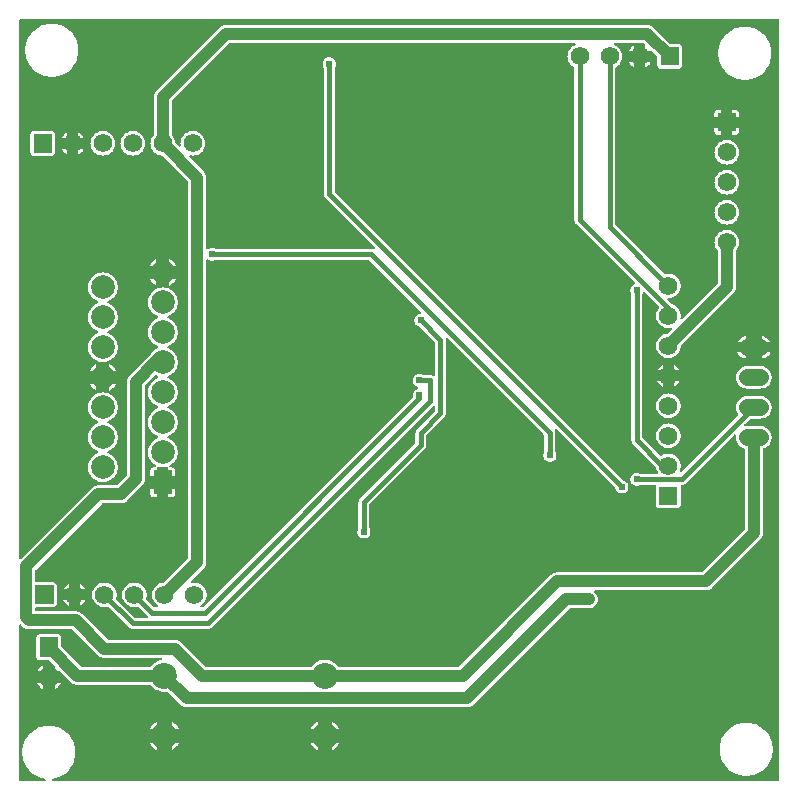
<source format=gbl>
G04 Layer: BottomLayer*
G04 EasyEDA v6.4.19.3, 2021-04-15T18:17:59+02:00*
G04 27ca5f04d03341a3abaed076034c1fd4,b26f2b340a5143eda07d108a38fc4859,10*
G04 Gerber Generator version 0.2*
G04 Scale: 100 percent, Rotated: No, Reflected: No *
G04 Dimensions in millimeters *
G04 leading zeros omitted , absolute positions ,4 integer and 5 decimal *
%FSLAX45Y45*%
%MOMM*%

%ADD10C,0.2540*%
%ADD12C,1.0000*%
%ADD13C,0.4000*%
%ADD15C,0.6200*%
%ADD16C,0.6100*%
%ADD17C,0.6096*%
%ADD31C,2.0000*%
%ADD32R,1.6000X2.0000*%
%ADD33C,1.5748*%
%ADD34R,1.5748X1.5748*%
%ADD35R,1.5748X1.7000*%
%ADD36C,1.7000*%
%ADD37C,2.2000*%
%ADD38C,1.3995*%

%LPD*%
G36*
X2271014Y3195269D02*
G01*
X2266797Y3196183D01*
X2263343Y3198723D01*
X2261260Y3202482D01*
X2260904Y3206750D01*
X2262378Y3210763D01*
X2265375Y3213862D01*
X2273350Y3219196D01*
X2283612Y3228187D01*
X2292604Y3238449D01*
X2300173Y3249828D01*
X2306218Y3262071D01*
X2310638Y3274974D01*
X2313279Y3288385D01*
X2314194Y3302000D01*
X2313279Y3315614D01*
X2310638Y3329025D01*
X2306218Y3341928D01*
X2300173Y3354171D01*
X2292604Y3365550D01*
X2283612Y3375812D01*
X2273350Y3384804D01*
X2261971Y3392373D01*
X2249728Y3398418D01*
X2236825Y3402837D01*
X2223414Y3405479D01*
X2209800Y3406394D01*
X2196185Y3405479D01*
X2191715Y3404565D01*
X2187397Y3404666D01*
X2183536Y3406495D01*
X2180742Y3409746D01*
X2179574Y3413912D01*
X2180183Y3418128D01*
X2182520Y3421735D01*
X2290521Y3529787D01*
X2297582Y3538626D01*
X2302154Y3546195D01*
X2303272Y3548430D01*
X2306675Y3556609D01*
X2307437Y3558895D01*
X2309571Y3567531D01*
X2309977Y3569919D01*
X2310790Y3578758D01*
X2310841Y6133084D01*
X2311806Y6137402D01*
X2314498Y6140856D01*
X2318359Y6142888D01*
X2322779Y6143091D01*
X2326843Y6141415D01*
X2334158Y6136284D01*
X2342997Y6132169D01*
X2352446Y6129629D01*
X2362200Y6128766D01*
X2371953Y6129629D01*
X2381402Y6132169D01*
X2390241Y6136284D01*
X2394610Y6138773D01*
X2397658Y6139230D01*
X3685286Y6139230D01*
X3689146Y6138468D01*
X3692448Y6136284D01*
X4129582Y5699150D01*
X4131767Y5695950D01*
X4132579Y5692241D01*
X4131970Y5688482D01*
X4129989Y5685180D01*
X4126992Y5682894D01*
X4123283Y5681827D01*
X4117746Y5681319D01*
X4108297Y5678830D01*
X4099458Y5674664D01*
X4091432Y5669076D01*
X4084523Y5662168D01*
X4078935Y5654141D01*
X4074769Y5645302D01*
X4072280Y5635853D01*
X4071416Y5626100D01*
X4072280Y5616346D01*
X4074769Y5606897D01*
X4078935Y5598058D01*
X4084523Y5590032D01*
X4091432Y5583123D01*
X4099458Y5577535D01*
X4108297Y5573369D01*
X4115714Y5571388D01*
X4118152Y5570372D01*
X4120235Y5568797D01*
X4243984Y5445048D01*
X4246168Y5441746D01*
X4246930Y5437886D01*
X4246930Y5163007D01*
X4246016Y5158740D01*
X4243324Y5155285D01*
X4239463Y5153202D01*
X4235094Y5152999D01*
X4231030Y5154625D01*
X4227728Y5156911D01*
X4224020Y5158943D01*
X4220210Y5160670D01*
X4216196Y5161991D01*
X4212082Y5162956D01*
X4207916Y5163566D01*
X4203446Y5163769D01*
X4150207Y5163769D01*
X4147159Y5164226D01*
X4142841Y5166664D01*
X4134002Y5170830D01*
X4124553Y5173319D01*
X4114800Y5174183D01*
X4105046Y5173319D01*
X4095597Y5170830D01*
X4086758Y5166664D01*
X4078732Y5161076D01*
X4071823Y5154168D01*
X4066235Y5146141D01*
X4062069Y5137302D01*
X4059580Y5127853D01*
X4058716Y5118100D01*
X4059580Y5108346D01*
X4062069Y5098897D01*
X4066235Y5090058D01*
X4071823Y5082032D01*
X4078732Y5075123D01*
X4086758Y5069535D01*
X4095597Y5065369D01*
X4099255Y5064404D01*
X4103166Y5062372D01*
X4105808Y5058918D01*
X4106773Y5054600D01*
X4105808Y5050282D01*
X4103166Y5046827D01*
X4099255Y5044795D01*
X4095597Y5043830D01*
X4086758Y5039664D01*
X4078732Y5034076D01*
X4071823Y5027168D01*
X4066235Y5019141D01*
X4062069Y5010302D01*
X4059580Y5000853D01*
X4058716Y4991100D01*
X4059682Y4980330D01*
X4059123Y4975910D01*
X4056735Y4972202D01*
X2282748Y3198215D01*
X2279446Y3196031D01*
X2275586Y3195269D01*
G37*

%LPD*%
G36*
X735838Y1725675D02*
G01*
X731926Y1726438D01*
X728675Y1728673D01*
X726440Y1731924D01*
X725678Y1735836D01*
X725678Y3041700D01*
X726440Y3045612D01*
X728675Y3048863D01*
X731926Y3051098D01*
X735838Y3051860D01*
X739749Y3051098D01*
X743000Y3048863D01*
X761187Y3030778D01*
X770026Y3023717D01*
X777595Y3019145D01*
X779830Y3018028D01*
X788009Y3014624D01*
X790295Y3013862D01*
X798931Y3011728D01*
X801319Y3011322D01*
X810158Y3010509D01*
X1170940Y3010458D01*
X1174851Y3009696D01*
X1178153Y3007461D01*
X1396187Y2789478D01*
X1405026Y2782417D01*
X1412595Y2777845D01*
X1414830Y2776728D01*
X1423009Y2773324D01*
X1425295Y2772562D01*
X1433931Y2770428D01*
X1436319Y2770022D01*
X1445158Y2769209D01*
X1927047Y2769158D01*
X1931162Y2768295D01*
X1934565Y2765856D01*
X1936699Y2762199D01*
X1937156Y2758033D01*
X1935937Y2754071D01*
X1933193Y2750870D01*
X1929384Y2749092D01*
X1916887Y2746146D01*
X1902053Y2740761D01*
X1887982Y2733649D01*
X1874824Y2725013D01*
X1862734Y2714853D01*
X1851914Y2703372D01*
X1846325Y2695956D01*
X1844090Y2693720D01*
X1841296Y2692349D01*
X1838198Y2691841D01*
X1254760Y2691841D01*
X1250848Y2692603D01*
X1247546Y2694838D01*
X1085291Y2857144D01*
X1083056Y2860395D01*
X1082294Y2864307D01*
X1082294Y2941929D01*
X1081582Y2948178D01*
X1079703Y2953613D01*
X1076655Y2958439D01*
X1072591Y2962503D01*
X1067765Y2965551D01*
X1062329Y2967431D01*
X1056081Y2968142D01*
X899718Y2968142D01*
X893470Y2967431D01*
X888034Y2965551D01*
X883208Y2962503D01*
X879144Y2958439D01*
X876096Y2953613D01*
X874217Y2948178D01*
X873506Y2941929D01*
X873506Y2773070D01*
X874217Y2766822D01*
X876096Y2761386D01*
X879144Y2756560D01*
X883208Y2752496D01*
X888034Y2749448D01*
X893470Y2747568D01*
X899718Y2746857D01*
X977341Y2746857D01*
X981252Y2746095D01*
X984554Y2743860D01*
X1023772Y2704642D01*
X1025956Y2701340D01*
X1026769Y2697429D01*
X1026769Y2652369D01*
X1071829Y2652369D01*
X1075740Y2651556D01*
X1079042Y2649372D01*
X1167638Y2560878D01*
X1174445Y2555189D01*
X1184046Y2549194D01*
X1194409Y2544724D01*
X1196746Y2543962D01*
X1205331Y2541828D01*
X1207770Y2541422D01*
X1216558Y2540609D01*
X1838198Y2540558D01*
X1841296Y2540050D01*
X1844141Y2538628D01*
X1846376Y2536444D01*
X1851914Y2529027D01*
X1862734Y2517546D01*
X1874824Y2507386D01*
X1887982Y2498750D01*
X1902053Y2491638D01*
X1916887Y2486253D01*
X1932228Y2482646D01*
X1947925Y2480818D01*
X1963674Y2480818D01*
X1977186Y2482392D01*
X1980234Y2482291D01*
X1983079Y2481275D01*
X1985568Y2479446D01*
X2094687Y2370378D01*
X2103526Y2363317D01*
X2111095Y2358745D01*
X2113330Y2357628D01*
X2121509Y2354224D01*
X2123795Y2353462D01*
X2132431Y2351328D01*
X2134819Y2350922D01*
X2143658Y2350109D01*
X4523841Y2350109D01*
X4532680Y2350922D01*
X4535068Y2351328D01*
X4543704Y2353462D01*
X4545990Y2354224D01*
X4554169Y2357628D01*
X4556404Y2358745D01*
X4563973Y2363317D01*
X4572812Y2370378D01*
X5387746Y3185261D01*
X5391048Y3187496D01*
X5394960Y3188258D01*
X5552592Y3188309D01*
X5561330Y3189122D01*
X5564124Y3189579D01*
X5572353Y3191662D01*
X5575350Y3192678D01*
X5582869Y3195828D01*
X5585917Y3197402D01*
X5592622Y3201466D01*
X5595670Y3203651D01*
X5601411Y3208528D01*
X5604357Y3211372D01*
X5609082Y3216808D01*
X5611723Y3220313D01*
X5615432Y3226155D01*
X5617667Y3230270D01*
X5620359Y3236315D01*
X5621985Y3241040D01*
X5623661Y3247085D01*
X5624677Y3252317D01*
X5625338Y3258261D01*
X5625541Y3263900D01*
X5625338Y3269538D01*
X5624677Y3275482D01*
X5623661Y3280714D01*
X5621985Y3286760D01*
X5620359Y3291484D01*
X5617667Y3297529D01*
X5615432Y3301644D01*
X5611723Y3307486D01*
X5609082Y3310991D01*
X5604357Y3316427D01*
X5601411Y3319272D01*
X5597347Y3322726D01*
X5594807Y3325926D01*
X5593740Y3329889D01*
X5594350Y3333953D01*
X5596534Y3337458D01*
X5599887Y3339795D01*
X5603900Y3340658D01*
X6543141Y3340709D01*
X6551980Y3341522D01*
X6554368Y3341928D01*
X6563004Y3344062D01*
X6565290Y3344824D01*
X6573469Y3348228D01*
X6575704Y3349345D01*
X6583273Y3353917D01*
X6592112Y3360978D01*
X7002221Y3771087D01*
X7009282Y3779926D01*
X7013854Y3787495D01*
X7014972Y3789730D01*
X7018375Y3797909D01*
X7019137Y3800195D01*
X7021271Y3808831D01*
X7021677Y3811219D01*
X7022490Y3820058D01*
X7022541Y4534103D01*
X7023404Y4538116D01*
X7025792Y4541520D01*
X7029297Y4543653D01*
X7040981Y4547819D01*
X7052564Y4553813D01*
X7063231Y4561332D01*
X7072782Y4570222D01*
X7081012Y4580382D01*
X7087819Y4591507D01*
X7093000Y4603496D01*
X7096506Y4616043D01*
X7098284Y4628997D01*
X7098284Y4642002D01*
X7096506Y4654956D01*
X7093000Y4667504D01*
X7087819Y4679492D01*
X7081012Y4690618D01*
X7072782Y4700778D01*
X7063231Y4709668D01*
X7052564Y4717186D01*
X7040981Y4723180D01*
X7028688Y4727549D01*
X7015937Y4730242D01*
X7002576Y4731105D01*
X6891223Y4731105D01*
X6877354Y4730191D01*
X6873290Y4730699D01*
X6869785Y4732832D01*
X6867398Y4736134D01*
X6866483Y4740097D01*
X6867194Y4744110D01*
X6869480Y4747514D01*
X6912864Y4790897D01*
X6916166Y4793081D01*
X6920026Y4793843D01*
X7002576Y4793843D01*
X7015937Y4794758D01*
X7028688Y4797450D01*
X7040981Y4801819D01*
X7052564Y4807813D01*
X7063231Y4815332D01*
X7072782Y4824222D01*
X7081012Y4834382D01*
X7087819Y4845507D01*
X7093000Y4857496D01*
X7096506Y4870043D01*
X7098284Y4882997D01*
X7098284Y4896002D01*
X7096506Y4908956D01*
X7093000Y4921504D01*
X7087819Y4933492D01*
X7081012Y4944618D01*
X7072782Y4954778D01*
X7063231Y4963668D01*
X7052564Y4971186D01*
X7040981Y4977180D01*
X7028688Y4981549D01*
X7015937Y4984242D01*
X7002576Y4985105D01*
X6891223Y4985105D01*
X6877862Y4984242D01*
X6865112Y4981549D01*
X6852818Y4977180D01*
X6841236Y4971186D01*
X6830568Y4963668D01*
X6821017Y4954778D01*
X6812788Y4944618D01*
X6805980Y4933492D01*
X6800799Y4921504D01*
X6797294Y4908956D01*
X6795516Y4896002D01*
X6795516Y4882997D01*
X6797294Y4870043D01*
X6800799Y4857496D01*
X6805980Y4845507D01*
X6815226Y4830267D01*
X6815734Y4826609D01*
X6814870Y4823002D01*
X6812788Y4819954D01*
X6336030Y4343196D01*
X6332220Y4340809D01*
X6327749Y4340250D01*
X6323482Y4341723D01*
X6320282Y4344924D01*
X6318758Y4349140D01*
X6319215Y4353610D01*
X6323838Y4367174D01*
X6326479Y4380585D01*
X6327394Y4394200D01*
X6326479Y4407814D01*
X6323838Y4421225D01*
X6319418Y4434128D01*
X6313373Y4446371D01*
X6305804Y4457750D01*
X6296812Y4468012D01*
X6286550Y4477004D01*
X6275171Y4484573D01*
X6262928Y4490618D01*
X6250025Y4495038D01*
X6236614Y4497679D01*
X6223000Y4498594D01*
X6209385Y4497679D01*
X6195974Y4495038D01*
X6183071Y4490618D01*
X6170828Y4484573D01*
X6163106Y4479442D01*
X6159906Y4478020D01*
X6156452Y4477766D01*
X6153099Y4478680D01*
X6150254Y4480712D01*
X6004915Y4626051D01*
X6002731Y4629353D01*
X6001969Y4633214D01*
X6001969Y5844641D01*
X6002426Y5847689D01*
X6004915Y5852058D01*
X6008065Y5858814D01*
X6010351Y5861964D01*
X6013602Y5863996D01*
X6017412Y5864656D01*
X6021222Y5863844D01*
X6024422Y5861710D01*
X6141974Y5744159D01*
X6144107Y5741009D01*
X6144920Y5737301D01*
X6144361Y5733542D01*
X6142431Y5730290D01*
X6140196Y5727750D01*
X6132626Y5716371D01*
X6126581Y5704128D01*
X6122162Y5691225D01*
X6119520Y5677814D01*
X6118606Y5664200D01*
X6119520Y5650585D01*
X6122162Y5637174D01*
X6126581Y5624271D01*
X6132626Y5612028D01*
X6140196Y5600649D01*
X6149187Y5590387D01*
X6159449Y5581396D01*
X6170828Y5573826D01*
X6183071Y5567781D01*
X6195974Y5563362D01*
X6209385Y5560720D01*
X6223000Y5559806D01*
X6236614Y5560720D01*
X6241084Y5561634D01*
X6245402Y5561533D01*
X6249263Y5559704D01*
X6252057Y5556453D01*
X6253226Y5552287D01*
X6252616Y5548071D01*
X6250279Y5544464D01*
X6222898Y5517083D01*
X6219901Y5515000D01*
X6216396Y5514136D01*
X6209385Y5513679D01*
X6195974Y5511038D01*
X6183071Y5506618D01*
X6170828Y5500573D01*
X6159449Y5493004D01*
X6149187Y5484012D01*
X6140196Y5473750D01*
X6132626Y5462371D01*
X6126581Y5450128D01*
X6122162Y5437225D01*
X6119520Y5423814D01*
X6118606Y5410200D01*
X6119520Y5396585D01*
X6122162Y5383174D01*
X6126581Y5370271D01*
X6132626Y5358028D01*
X6140196Y5346649D01*
X6149187Y5336387D01*
X6159449Y5327396D01*
X6170828Y5319826D01*
X6183071Y5313781D01*
X6195974Y5309362D01*
X6209385Y5306720D01*
X6223000Y5305806D01*
X6236614Y5306720D01*
X6250025Y5309362D01*
X6262928Y5313781D01*
X6275171Y5319826D01*
X6286550Y5327396D01*
X6296812Y5336387D01*
X6305804Y5346649D01*
X6313373Y5358028D01*
X6319418Y5370271D01*
X6323838Y5383174D01*
X6326479Y5396585D01*
X6326936Y5403596D01*
X6327800Y5407101D01*
X6329883Y5410098D01*
X6773621Y5853887D01*
X6780682Y5862726D01*
X6785254Y5870295D01*
X6786372Y5872530D01*
X6789775Y5880709D01*
X6790537Y5882995D01*
X6792671Y5891631D01*
X6793077Y5894019D01*
X6793890Y5902858D01*
X6793941Y6210960D01*
X6794601Y6214567D01*
X6796481Y6217666D01*
X6801103Y6222949D01*
X6808673Y6234328D01*
X6814718Y6246571D01*
X6819138Y6259474D01*
X6821779Y6272885D01*
X6822694Y6286500D01*
X6821779Y6300114D01*
X6819138Y6313525D01*
X6814718Y6326428D01*
X6808673Y6338671D01*
X6801103Y6350050D01*
X6792112Y6360312D01*
X6781850Y6369304D01*
X6770471Y6376873D01*
X6758228Y6382918D01*
X6745325Y6387338D01*
X6731914Y6389979D01*
X6718300Y6390894D01*
X6704685Y6389979D01*
X6691274Y6387338D01*
X6678371Y6382918D01*
X6666128Y6376873D01*
X6654749Y6369304D01*
X6644487Y6360312D01*
X6635496Y6350050D01*
X6627926Y6338671D01*
X6621881Y6326428D01*
X6617462Y6313525D01*
X6614820Y6300114D01*
X6613906Y6286500D01*
X6614820Y6272885D01*
X6617462Y6259474D01*
X6621881Y6246571D01*
X6627926Y6234328D01*
X6635496Y6222949D01*
X6640118Y6217666D01*
X6641998Y6214567D01*
X6642658Y6210960D01*
X6642658Y5941060D01*
X6641896Y5937148D01*
X6639661Y5933846D01*
X6342735Y5636920D01*
X6339128Y5634583D01*
X6334912Y5633974D01*
X6330746Y5635142D01*
X6327495Y5637936D01*
X6325666Y5641797D01*
X6325565Y5646115D01*
X6326479Y5650585D01*
X6327394Y5664200D01*
X6326479Y5677814D01*
X6323838Y5691225D01*
X6319418Y5704128D01*
X6313373Y5716371D01*
X6305804Y5727750D01*
X6296812Y5738012D01*
X6286550Y5747004D01*
X6275171Y5754573D01*
X6262928Y5760618D01*
X6252616Y5764123D01*
X6248704Y5766562D01*
X6218631Y5796635D01*
X6216446Y5799836D01*
X6215634Y5803595D01*
X6216294Y5807405D01*
X6218326Y5810707D01*
X6221425Y5812993D01*
X6225133Y5813958D01*
X6236614Y5814720D01*
X6250025Y5817362D01*
X6262928Y5821781D01*
X6275171Y5827826D01*
X6286550Y5835396D01*
X6296812Y5844387D01*
X6305804Y5854649D01*
X6313373Y5866028D01*
X6319418Y5878271D01*
X6323838Y5891174D01*
X6326479Y5904585D01*
X6327394Y5918200D01*
X6326479Y5931814D01*
X6323838Y5945225D01*
X6319418Y5958128D01*
X6313373Y5970371D01*
X6305804Y5981750D01*
X6296812Y5992012D01*
X6286550Y6001004D01*
X6275171Y6008573D01*
X6262928Y6014618D01*
X6250025Y6019038D01*
X6236614Y6021679D01*
X6223000Y6022594D01*
X6209385Y6021679D01*
X6191351Y6018174D01*
X6187694Y6019038D01*
X6184646Y6021120D01*
X5776315Y6429451D01*
X5774131Y6432753D01*
X5773369Y6436614D01*
X5773369Y7761376D01*
X5774029Y7765034D01*
X5776010Y7768234D01*
X5791250Y7778496D01*
X5801512Y7787487D01*
X5810504Y7797749D01*
X5818073Y7809128D01*
X5824118Y7821371D01*
X5828538Y7834274D01*
X5831179Y7847685D01*
X5832094Y7861300D01*
X5831179Y7874914D01*
X5828538Y7888325D01*
X5824118Y7901228D01*
X5818073Y7913471D01*
X5810504Y7924850D01*
X5801512Y7935112D01*
X5791250Y7944103D01*
X5779871Y7951673D01*
X5769356Y7956854D01*
X5765850Y7959699D01*
X5763971Y7963763D01*
X5763971Y7968284D01*
X5765952Y7972348D01*
X5769457Y7975142D01*
X5773877Y7976158D01*
X5935522Y7976158D01*
X5939942Y7975142D01*
X5940856Y7974431D01*
X5942228Y7975396D01*
X5946140Y7976158D01*
X6009640Y7976158D01*
X6013551Y7975396D01*
X6016853Y7973161D01*
X6024422Y7965541D01*
X6026658Y7962290D01*
X6027420Y7958378D01*
X6027420Y7907020D01*
X6078778Y7907020D01*
X6082690Y7906258D01*
X6085941Y7904022D01*
X6128308Y7861655D01*
X6130544Y7858404D01*
X6131306Y7854492D01*
X6131306Y7783118D01*
X6132017Y7776870D01*
X6133896Y7771434D01*
X6136944Y7766608D01*
X6141008Y7762544D01*
X6145834Y7759496D01*
X6151270Y7757617D01*
X6157518Y7756906D01*
X6313881Y7756906D01*
X6320129Y7757617D01*
X6325565Y7759496D01*
X6330391Y7762544D01*
X6334455Y7766608D01*
X6337503Y7771434D01*
X6339382Y7776870D01*
X6340094Y7783118D01*
X6340094Y7939481D01*
X6339382Y7945729D01*
X6337503Y7951165D01*
X6334455Y7955991D01*
X6330391Y7960055D01*
X6325565Y7963103D01*
X6320129Y7964982D01*
X6313881Y7965694D01*
X6242507Y7965694D01*
X6238595Y7966456D01*
X6235344Y7968691D01*
X6096812Y8107121D01*
X6087973Y8114182D01*
X6080404Y8118754D01*
X6078169Y8119872D01*
X6069990Y8123275D01*
X6067704Y8124037D01*
X6059068Y8126171D01*
X6056680Y8126577D01*
X6047841Y8127390D01*
X2473858Y8127390D01*
X2465019Y8126577D01*
X2462631Y8126171D01*
X2453995Y8124037D01*
X2451709Y8123275D01*
X2443530Y8119872D01*
X2441295Y8118754D01*
X2433726Y8114182D01*
X2424887Y8107121D01*
X1887778Y7570012D01*
X1880717Y7561173D01*
X1876145Y7553604D01*
X1875028Y7551369D01*
X1871624Y7543190D01*
X1870862Y7540904D01*
X1868728Y7532268D01*
X1868322Y7529880D01*
X1867509Y7521041D01*
X1867458Y7200239D01*
X1866798Y7196632D01*
X1864918Y7193534D01*
X1860296Y7188250D01*
X1852726Y7176871D01*
X1846681Y7164628D01*
X1842262Y7151725D01*
X1839620Y7138314D01*
X1838706Y7124700D01*
X1839620Y7111085D01*
X1842262Y7097674D01*
X1846681Y7084771D01*
X1852726Y7072528D01*
X1860296Y7061149D01*
X1869287Y7050887D01*
X1879549Y7041896D01*
X1890928Y7034326D01*
X1903171Y7028281D01*
X1916074Y7023862D01*
X1929485Y7021220D01*
X1936496Y7020763D01*
X1940001Y7019899D01*
X1942998Y7017816D01*
X2156561Y6804253D01*
X2158796Y6800951D01*
X2159558Y6797040D01*
X2159558Y3616960D01*
X2158796Y3613048D01*
X2156561Y3609746D01*
X1955698Y3408883D01*
X1952701Y3406800D01*
X1949196Y3405936D01*
X1942185Y3405479D01*
X1928774Y3402837D01*
X1915871Y3398418D01*
X1903628Y3392373D01*
X1892249Y3384804D01*
X1881987Y3375812D01*
X1872996Y3365550D01*
X1865426Y3354171D01*
X1859381Y3341928D01*
X1854962Y3329025D01*
X1852320Y3315614D01*
X1851406Y3302000D01*
X1852320Y3288385D01*
X1854962Y3274974D01*
X1859381Y3262071D01*
X1865426Y3249828D01*
X1872996Y3238449D01*
X1881987Y3228187D01*
X1892249Y3219196D01*
X1900224Y3213862D01*
X1903222Y3210763D01*
X1904695Y3206750D01*
X1904339Y3202482D01*
X1902256Y3198723D01*
X1898802Y3196183D01*
X1894586Y3195269D01*
X1877314Y3195269D01*
X1873453Y3196031D01*
X1870151Y3198215D01*
X1804720Y3263646D01*
X1802638Y3266694D01*
X1801774Y3270351D01*
X1805279Y3288385D01*
X1806193Y3302000D01*
X1805279Y3315614D01*
X1802638Y3329025D01*
X1798218Y3341928D01*
X1792173Y3354171D01*
X1784604Y3365550D01*
X1775612Y3375812D01*
X1765350Y3384804D01*
X1753971Y3392373D01*
X1741728Y3398418D01*
X1728825Y3402837D01*
X1715414Y3405479D01*
X1701800Y3406394D01*
X1688185Y3405479D01*
X1674774Y3402837D01*
X1661871Y3398418D01*
X1649628Y3392373D01*
X1638249Y3384804D01*
X1627987Y3375812D01*
X1618996Y3365550D01*
X1611426Y3354171D01*
X1605381Y3341928D01*
X1600962Y3329025D01*
X1598320Y3315614D01*
X1597406Y3302000D01*
X1598320Y3288385D01*
X1600962Y3274974D01*
X1605381Y3262071D01*
X1611426Y3249828D01*
X1618996Y3238449D01*
X1627987Y3228187D01*
X1638249Y3219196D01*
X1649628Y3211626D01*
X1661871Y3205581D01*
X1674774Y3201162D01*
X1688185Y3198520D01*
X1701800Y3197606D01*
X1715414Y3198520D01*
X1733448Y3202025D01*
X1737106Y3201162D01*
X1740154Y3199079D01*
X1815541Y3123692D01*
X1817725Y3120390D01*
X1818538Y3116529D01*
X1817725Y3112617D01*
X1815541Y3109315D01*
X1812239Y3107131D01*
X1808378Y3106369D01*
X1712214Y3106369D01*
X1708353Y3107131D01*
X1705051Y3109315D01*
X1550720Y3263646D01*
X1548638Y3266694D01*
X1547774Y3270351D01*
X1551279Y3288385D01*
X1552194Y3302000D01*
X1551279Y3315614D01*
X1548638Y3329025D01*
X1544218Y3341928D01*
X1538173Y3354171D01*
X1530604Y3365550D01*
X1521612Y3375812D01*
X1511350Y3384804D01*
X1499971Y3392373D01*
X1487728Y3398418D01*
X1474825Y3402837D01*
X1461414Y3405479D01*
X1447800Y3406394D01*
X1434185Y3405479D01*
X1420774Y3402837D01*
X1407871Y3398418D01*
X1395628Y3392373D01*
X1384249Y3384804D01*
X1373987Y3375812D01*
X1364996Y3365550D01*
X1357426Y3354171D01*
X1351381Y3341928D01*
X1346962Y3329025D01*
X1344320Y3315614D01*
X1343406Y3302000D01*
X1344320Y3288385D01*
X1346962Y3274974D01*
X1351381Y3262071D01*
X1357426Y3249828D01*
X1364996Y3238449D01*
X1373987Y3228187D01*
X1384249Y3219196D01*
X1395628Y3211626D01*
X1407871Y3205581D01*
X1420774Y3201162D01*
X1434185Y3198520D01*
X1447800Y3197606D01*
X1461414Y3198520D01*
X1479448Y3202025D01*
X1483106Y3201162D01*
X1486154Y3199079D01*
X1658112Y3027222D01*
X1665071Y3021939D01*
X1672640Y3018180D01*
X1680718Y3015843D01*
X1689557Y3015030D01*
X2325878Y3015081D01*
X2334564Y3016300D01*
X2342540Y3018993D01*
X2349855Y3023057D01*
X2356713Y3028746D01*
X4229608Y4901641D01*
X4232910Y4903825D01*
X4236770Y4904638D01*
X4240682Y4903825D01*
X4243984Y4901641D01*
X4246168Y4898339D01*
X4246930Y4894478D01*
X4246930Y4861814D01*
X4246168Y4857953D01*
X4243984Y4854651D01*
X4094022Y4704588D01*
X4088739Y4697628D01*
X4084980Y4690059D01*
X4082643Y4681982D01*
X4081830Y4673142D01*
X4081830Y4595114D01*
X4081068Y4591253D01*
X4078884Y4587951D01*
X3611422Y4120387D01*
X3606139Y4113428D01*
X3602380Y4105859D01*
X3600043Y4097782D01*
X3599230Y4088942D01*
X3599230Y3870807D01*
X3598773Y3867759D01*
X3596335Y3863441D01*
X3592169Y3854602D01*
X3589680Y3845153D01*
X3588816Y3835400D01*
X3589680Y3825646D01*
X3592169Y3816197D01*
X3596335Y3807358D01*
X3601923Y3799332D01*
X3608832Y3792423D01*
X3616858Y3786835D01*
X3625697Y3782669D01*
X3635146Y3780180D01*
X3644900Y3779316D01*
X3654653Y3780180D01*
X3664102Y3782669D01*
X3672941Y3786835D01*
X3680968Y3792423D01*
X3687876Y3799332D01*
X3693464Y3807358D01*
X3697630Y3816197D01*
X3700119Y3825646D01*
X3700983Y3835400D01*
X3700119Y3845153D01*
X3697630Y3854602D01*
X3693464Y3863441D01*
X3691026Y3867759D01*
X3690569Y3870807D01*
X3690569Y4066286D01*
X3691331Y4070146D01*
X3693515Y4073448D01*
X4160977Y4541012D01*
X4166260Y4547971D01*
X4170019Y4555540D01*
X4172356Y4563618D01*
X4173169Y4572457D01*
X4173169Y4650486D01*
X4173931Y4654346D01*
X4176115Y4657648D01*
X4326077Y4807712D01*
X4331360Y4814671D01*
X4335119Y4822240D01*
X4337456Y4830318D01*
X4338269Y4839157D01*
X4338269Y5460593D01*
X4337812Y5465572D01*
X4338320Y5469636D01*
X4340402Y5473192D01*
X4343704Y5475630D01*
X4347667Y5476544D01*
X4351731Y5475833D01*
X4355134Y5473598D01*
X5171084Y4657648D01*
X5173268Y4654346D01*
X5174030Y4650486D01*
X5174030Y4518558D01*
X5173573Y4515510D01*
X5171084Y4511141D01*
X5166969Y4502302D01*
X5164429Y4492853D01*
X5163566Y4483100D01*
X5164429Y4473346D01*
X5166969Y4463897D01*
X5171084Y4455058D01*
X5176723Y4447032D01*
X5183632Y4440123D01*
X5191658Y4434484D01*
X5200497Y4430369D01*
X5209946Y4427829D01*
X5219700Y4426966D01*
X5229453Y4427829D01*
X5238902Y4430369D01*
X5247741Y4434484D01*
X5255768Y4440123D01*
X5262676Y4447032D01*
X5268315Y4455058D01*
X5272430Y4463897D01*
X5274970Y4473346D01*
X5275834Y4483100D01*
X5274970Y4492853D01*
X5272430Y4502302D01*
X5268315Y4511141D01*
X5265826Y4515510D01*
X5265369Y4518558D01*
X5265318Y4675378D01*
X5264099Y4684064D01*
X5261203Y4692700D01*
X5260746Y4697171D01*
X5262270Y4701438D01*
X5265470Y4704588D01*
X5269738Y4706061D01*
X5274208Y4705502D01*
X5278018Y4703114D01*
X5771997Y4209135D01*
X5773572Y4207052D01*
X5774588Y4204614D01*
X5776569Y4197197D01*
X5780735Y4188358D01*
X5786323Y4180332D01*
X5793232Y4173423D01*
X5801258Y4167835D01*
X5810097Y4163669D01*
X5819546Y4161180D01*
X5829300Y4160316D01*
X5839053Y4161180D01*
X5848502Y4163669D01*
X5857341Y4167835D01*
X5865368Y4173423D01*
X5872276Y4180332D01*
X5877864Y4188358D01*
X5882030Y4197197D01*
X5884519Y4206646D01*
X5885383Y4216400D01*
X5884519Y4226153D01*
X5882030Y4235602D01*
X5877864Y4244441D01*
X5872276Y4252468D01*
X5865368Y4259376D01*
X5857341Y4264964D01*
X5848502Y4269130D01*
X5841085Y4271111D01*
X5838647Y4272127D01*
X5836564Y4273702D01*
X3401415Y6708851D01*
X3399231Y6712153D01*
X3398469Y6716014D01*
X3398469Y7761478D01*
X3398875Y7764475D01*
X3400196Y7767167D01*
X3402228Y7770164D01*
X3406190Y7778953D01*
X3408578Y7788249D01*
X3409442Y7797800D01*
X3408578Y7807350D01*
X3406190Y7816646D01*
X3402228Y7825435D01*
X3396843Y7833359D01*
X3390188Y7840319D01*
X3382467Y7846009D01*
X3373932Y7850327D01*
X3364737Y7853172D01*
X3355187Y7854391D01*
X3345586Y7853934D01*
X3336239Y7851952D01*
X3327298Y7848346D01*
X3319119Y7843316D01*
X3311906Y7836966D01*
X3305911Y7829499D01*
X3301187Y7821117D01*
X3297986Y7812074D01*
X3296361Y7802625D01*
X3296361Y7792974D01*
X3297986Y7783525D01*
X3301187Y7774482D01*
X3305860Y7766151D01*
X3306826Y7763764D01*
X3307130Y7761224D01*
X3307181Y6691122D01*
X3308400Y6682435D01*
X3311093Y6674459D01*
X3315157Y6667144D01*
X3320846Y6660286D01*
X3738270Y6242862D01*
X3740505Y6239510D01*
X3741216Y6235496D01*
X3740353Y6231534D01*
X3737965Y6228232D01*
X3734511Y6226149D01*
X3730447Y6225540D01*
X3726535Y6226606D01*
X3724859Y6227419D01*
X3716782Y6229756D01*
X3707942Y6230569D01*
X2397658Y6230569D01*
X2394610Y6231026D01*
X2390241Y6233515D01*
X2381402Y6237630D01*
X2371953Y6240170D01*
X2362200Y6241034D01*
X2352446Y6240170D01*
X2342997Y6237630D01*
X2334158Y6233515D01*
X2326843Y6228384D01*
X2322779Y6226708D01*
X2318359Y6226911D01*
X2314498Y6228943D01*
X2311806Y6232398D01*
X2310841Y6236716D01*
X2310790Y6835241D01*
X2309977Y6844080D01*
X2309571Y6846468D01*
X2307437Y6855104D01*
X2306675Y6857390D01*
X2303272Y6865569D01*
X2302154Y6867804D01*
X2297582Y6875373D01*
X2290521Y6884212D01*
X2169820Y7004964D01*
X2167483Y7008571D01*
X2166874Y7012787D01*
X2168042Y7016953D01*
X2170836Y7020204D01*
X2174697Y7022033D01*
X2179015Y7022134D01*
X2183485Y7021220D01*
X2197100Y7020306D01*
X2210714Y7021220D01*
X2224125Y7023862D01*
X2237028Y7028281D01*
X2249271Y7034326D01*
X2260650Y7041896D01*
X2270912Y7050887D01*
X2279904Y7061149D01*
X2287473Y7072528D01*
X2293518Y7084771D01*
X2297938Y7097674D01*
X2300579Y7111085D01*
X2301494Y7124700D01*
X2300579Y7138314D01*
X2297938Y7151725D01*
X2293518Y7164628D01*
X2287473Y7176871D01*
X2279904Y7188250D01*
X2270912Y7198512D01*
X2260650Y7207503D01*
X2249271Y7215073D01*
X2237028Y7221118D01*
X2224125Y7225538D01*
X2210714Y7228179D01*
X2197100Y7229094D01*
X2183485Y7228179D01*
X2170074Y7225538D01*
X2157171Y7221118D01*
X2144928Y7215073D01*
X2133549Y7207503D01*
X2123287Y7198512D01*
X2114296Y7188250D01*
X2106726Y7176871D01*
X2100681Y7164628D01*
X2096262Y7151725D01*
X2093620Y7138314D01*
X2092706Y7124700D01*
X2093620Y7111085D01*
X2094534Y7106615D01*
X2094433Y7102297D01*
X2092604Y7098436D01*
X2089353Y7095642D01*
X2085187Y7094474D01*
X2080971Y7095083D01*
X2077364Y7097420D01*
X2049983Y7124801D01*
X2047900Y7127798D01*
X2047036Y7131303D01*
X2046579Y7138314D01*
X2043938Y7151725D01*
X2039518Y7164628D01*
X2033473Y7176871D01*
X2025904Y7188250D01*
X2021281Y7193534D01*
X2019401Y7196632D01*
X2018741Y7200239D01*
X2018741Y7482840D01*
X2019503Y7486751D01*
X2021738Y7490053D01*
X2504846Y7973161D01*
X2508148Y7975396D01*
X2512060Y7976158D01*
X5427522Y7976158D01*
X5431942Y7975142D01*
X5435447Y7972348D01*
X5437428Y7968284D01*
X5437428Y7963763D01*
X5435549Y7959699D01*
X5432044Y7956854D01*
X5421528Y7951673D01*
X5410149Y7944103D01*
X5399887Y7935112D01*
X5390896Y7924850D01*
X5383326Y7913471D01*
X5377281Y7901228D01*
X5372862Y7888325D01*
X5370220Y7874914D01*
X5369306Y7861300D01*
X5370220Y7847685D01*
X5372862Y7834274D01*
X5377281Y7821371D01*
X5383326Y7809128D01*
X5390896Y7797749D01*
X5399887Y7787487D01*
X5410149Y7778496D01*
X5425389Y7768234D01*
X5427370Y7765034D01*
X5428030Y7761376D01*
X5428081Y6475222D01*
X5429300Y6466535D01*
X5431993Y6458559D01*
X5436057Y6451244D01*
X5441746Y6444386D01*
X5937910Y5948222D01*
X5940044Y5945022D01*
X5940856Y5941212D01*
X5940196Y5937402D01*
X5938164Y5934151D01*
X5935014Y5931865D01*
X5928258Y5928715D01*
X5920232Y5923076D01*
X5913323Y5916168D01*
X5907684Y5908141D01*
X5903569Y5899302D01*
X5901029Y5889853D01*
X5900166Y5880100D01*
X5901029Y5870346D01*
X5903569Y5860897D01*
X5907684Y5852058D01*
X5910173Y5847689D01*
X5910630Y5844641D01*
X5910681Y4608322D01*
X5911900Y4599635D01*
X5914593Y4591659D01*
X5918657Y4584344D01*
X5924346Y4577486D01*
X6116929Y4384903D01*
X6118707Y4382516D01*
X6119672Y4379722D01*
X6122162Y4367174D01*
X6126581Y4354271D01*
X6132626Y4342028D01*
X6134658Y4337304D01*
X6134404Y4332935D01*
X6132322Y4329125D01*
X6128867Y4326483D01*
X6124600Y4325569D01*
X5991707Y4325569D01*
X5988659Y4326026D01*
X5984341Y4328464D01*
X5975502Y4332630D01*
X5966053Y4335119D01*
X5956300Y4335983D01*
X5946546Y4335119D01*
X5937097Y4332630D01*
X5928258Y4328464D01*
X5920232Y4322876D01*
X5913323Y4315968D01*
X5907735Y4307941D01*
X5903569Y4299102D01*
X5901080Y4289653D01*
X5900216Y4279900D01*
X5901080Y4270146D01*
X5903569Y4260697D01*
X5907735Y4251858D01*
X5913323Y4243832D01*
X5920232Y4236923D01*
X5928258Y4231335D01*
X5937097Y4227169D01*
X5946546Y4224680D01*
X5956300Y4223816D01*
X5966053Y4224680D01*
X5975502Y4227169D01*
X5984341Y4231335D01*
X5988659Y4233773D01*
X5991707Y4234230D01*
X6109004Y4234230D01*
X6113170Y4233367D01*
X6116624Y4230878D01*
X6118707Y4227169D01*
X6119114Y4222953D01*
X6118606Y4218381D01*
X6118606Y4062018D01*
X6119317Y4055770D01*
X6121196Y4050334D01*
X6124244Y4045508D01*
X6128308Y4041444D01*
X6133134Y4038396D01*
X6138570Y4036517D01*
X6144818Y4035806D01*
X6301181Y4035806D01*
X6307429Y4036517D01*
X6312865Y4038396D01*
X6317691Y4041444D01*
X6321755Y4045508D01*
X6324803Y4050334D01*
X6326682Y4055770D01*
X6327394Y4062018D01*
X6327394Y4218381D01*
X6326886Y4222953D01*
X6327292Y4227118D01*
X6329324Y4230776D01*
X6332677Y4233316D01*
X6336741Y4234230D01*
X6339078Y4234281D01*
X6347764Y4235500D01*
X6355740Y4238193D01*
X6363055Y4242257D01*
X6369913Y4247946D01*
X6779158Y4657191D01*
X6782663Y4659477D01*
X6786829Y4660188D01*
X6790893Y4659122D01*
X6794144Y4656531D01*
X6796125Y4652822D01*
X6796430Y4648657D01*
X6795516Y4642002D01*
X6795516Y4628997D01*
X6797294Y4616043D01*
X6800799Y4603496D01*
X6805980Y4591507D01*
X6812788Y4580382D01*
X6821017Y4570222D01*
X6830568Y4561332D01*
X6841236Y4553813D01*
X6852818Y4547819D01*
X6864502Y4543653D01*
X6868007Y4541520D01*
X6870395Y4538116D01*
X6871258Y4534103D01*
X6871258Y3858260D01*
X6870496Y3854348D01*
X6868261Y3851046D01*
X6512153Y3494938D01*
X6508851Y3492703D01*
X6504940Y3491941D01*
X5280558Y3491890D01*
X5271719Y3491077D01*
X5269331Y3490671D01*
X5260695Y3488537D01*
X5258409Y3487775D01*
X5250230Y3484372D01*
X5247995Y3483254D01*
X5240426Y3478682D01*
X5231587Y3471621D01*
X4454753Y2694838D01*
X4451451Y2692603D01*
X4447540Y2691841D01*
X3432301Y2691841D01*
X3429203Y2692349D01*
X3426358Y2693771D01*
X3424123Y2695956D01*
X3418586Y2703372D01*
X3407765Y2714853D01*
X3395675Y2725013D01*
X3382518Y2733649D01*
X3368446Y2740761D01*
X3353612Y2746146D01*
X3338271Y2749753D01*
X3322574Y2751582D01*
X3306826Y2751582D01*
X3291128Y2749753D01*
X3275787Y2746146D01*
X3260953Y2740761D01*
X3246882Y2733649D01*
X3233724Y2725013D01*
X3221634Y2714853D01*
X3210814Y2703372D01*
X3205276Y2695956D01*
X3203041Y2693771D01*
X3200196Y2692349D01*
X3197098Y2691841D01*
X2308860Y2691841D01*
X2304948Y2692603D01*
X2301646Y2694838D01*
X2096312Y2900121D01*
X2087473Y2907182D01*
X2079904Y2911754D01*
X2077669Y2912872D01*
X2069490Y2916275D01*
X2067204Y2917037D01*
X2058568Y2919171D01*
X2056180Y2919577D01*
X2047341Y2920390D01*
X1483360Y2920441D01*
X1479448Y2921203D01*
X1476146Y2923438D01*
X1258112Y3141421D01*
X1249273Y3148482D01*
X1241704Y3153054D01*
X1239469Y3154172D01*
X1231290Y3157575D01*
X1229004Y3158337D01*
X1220368Y3160471D01*
X1217980Y3160877D01*
X1209141Y3161690D01*
X873201Y3161741D01*
X869340Y3162503D01*
X866038Y3164738D01*
X863803Y3168040D01*
X863041Y3171901D01*
X863041Y3187446D01*
X863803Y3191357D01*
X866038Y3194608D01*
X869340Y3196844D01*
X873201Y3197606D01*
X1017981Y3197606D01*
X1024229Y3198317D01*
X1029665Y3200196D01*
X1034491Y3203244D01*
X1038555Y3207308D01*
X1041603Y3212134D01*
X1043482Y3217570D01*
X1044194Y3223818D01*
X1044194Y3380181D01*
X1043482Y3386429D01*
X1041603Y3391865D01*
X1038555Y3396691D01*
X1034491Y3400755D01*
X1029665Y3403803D01*
X1024229Y3405682D01*
X1017981Y3406394D01*
X873201Y3406394D01*
X869340Y3407156D01*
X866038Y3409391D01*
X863803Y3412642D01*
X863041Y3416554D01*
X863041Y3507740D01*
X863803Y3511651D01*
X866038Y3514953D01*
X1425346Y4074261D01*
X1428648Y4076496D01*
X1432560Y4077258D01*
X1590141Y4077309D01*
X1598980Y4078122D01*
X1601368Y4078528D01*
X1610004Y4080662D01*
X1612290Y4081424D01*
X1620469Y4084828D01*
X1622704Y4085945D01*
X1630273Y4090517D01*
X1639112Y4097578D01*
X1769821Y4228287D01*
X1776882Y4237126D01*
X1781454Y4244695D01*
X1782572Y4246930D01*
X1785975Y4255109D01*
X1786737Y4257395D01*
X1788871Y4266031D01*
X1789277Y4268419D01*
X1790090Y4277258D01*
X1790141Y5069840D01*
X1790903Y5073751D01*
X1793138Y5077053D01*
X1873300Y5157216D01*
X1876704Y5159451D01*
X1880717Y5160162D01*
X1884680Y5159298D01*
X1899107Y5152745D01*
X1902256Y5150510D01*
X1904390Y5147259D01*
X1905101Y5143500D01*
X1904339Y5139690D01*
X1902256Y5136438D01*
X1899107Y5134203D01*
X1884730Y5127752D01*
X1871725Y5119878D01*
X1859788Y5110530D01*
X1849069Y5099812D01*
X1839722Y5087874D01*
X1831848Y5074869D01*
X1825650Y5061051D01*
X1821129Y5046573D01*
X1818386Y5031638D01*
X1817471Y5016500D01*
X1818386Y5001361D01*
X1821129Y4986426D01*
X1825650Y4971948D01*
X1831848Y4958130D01*
X1839722Y4945126D01*
X1849069Y4933188D01*
X1859788Y4922469D01*
X1871725Y4913122D01*
X1884730Y4905248D01*
X1899107Y4898745D01*
X1902256Y4896510D01*
X1904390Y4893259D01*
X1905101Y4889500D01*
X1904339Y4885690D01*
X1902256Y4882438D01*
X1899107Y4880203D01*
X1884730Y4873752D01*
X1871725Y4865878D01*
X1859788Y4856530D01*
X1849069Y4845812D01*
X1839722Y4833874D01*
X1831848Y4820869D01*
X1825650Y4807051D01*
X1821129Y4792573D01*
X1818386Y4777638D01*
X1817471Y4762500D01*
X1818386Y4747361D01*
X1821129Y4732426D01*
X1825650Y4717948D01*
X1831848Y4704130D01*
X1839722Y4691126D01*
X1849069Y4679188D01*
X1859788Y4668469D01*
X1871725Y4659122D01*
X1884730Y4651248D01*
X1899107Y4644745D01*
X1902256Y4642510D01*
X1904390Y4639259D01*
X1905101Y4635500D01*
X1904339Y4631690D01*
X1902256Y4628438D01*
X1899107Y4626203D01*
X1884730Y4619752D01*
X1871725Y4611878D01*
X1859788Y4602530D01*
X1849069Y4591812D01*
X1839722Y4579874D01*
X1831848Y4566869D01*
X1825650Y4553051D01*
X1821129Y4538573D01*
X1818386Y4523638D01*
X1817471Y4508500D01*
X1818386Y4493361D01*
X1821129Y4478426D01*
X1825650Y4463948D01*
X1831848Y4450130D01*
X1839722Y4437126D01*
X1849069Y4425188D01*
X1859788Y4414469D01*
X1871725Y4405122D01*
X1881835Y4399026D01*
X1884984Y4395978D01*
X1886610Y4391964D01*
X1886356Y4387596D01*
X1884273Y4383735D01*
X1880819Y4381093D01*
X1876552Y4380128D01*
X1863648Y4380128D01*
X1857400Y4379468D01*
X1852015Y4377537D01*
X1847138Y4374489D01*
X1843074Y4370476D01*
X1840026Y4365599D01*
X1838147Y4360214D01*
X1837436Y4353915D01*
X1837436Y4310837D01*
X1896770Y4310837D01*
X1896770Y4377791D01*
X1897430Y4381500D01*
X1899462Y4384700D01*
X1902510Y4386935D01*
X1906168Y4387900D01*
X1909927Y4387494D01*
X1913026Y4386529D01*
X1927961Y4383786D01*
X1943100Y4382871D01*
X1958238Y4383786D01*
X1973173Y4386529D01*
X1976272Y4387494D01*
X1980031Y4387900D01*
X1983689Y4386935D01*
X1986737Y4384700D01*
X1988769Y4381500D01*
X1989429Y4377791D01*
X1989429Y4310837D01*
X2048764Y4310837D01*
X2048764Y4353915D01*
X2048052Y4360214D01*
X2046173Y4365599D01*
X2043125Y4370476D01*
X2039061Y4374489D01*
X2034184Y4377537D01*
X2028799Y4379468D01*
X2022551Y4380128D01*
X2009648Y4380128D01*
X2005380Y4381093D01*
X2001926Y4383735D01*
X1999843Y4387596D01*
X1999589Y4391964D01*
X2001215Y4395978D01*
X2004364Y4399026D01*
X2014474Y4405122D01*
X2026412Y4414469D01*
X2037130Y4425188D01*
X2046478Y4437126D01*
X2054352Y4450130D01*
X2060549Y4463948D01*
X2065070Y4478426D01*
X2067814Y4493361D01*
X2068728Y4508500D01*
X2067814Y4523638D01*
X2065070Y4538573D01*
X2060549Y4553051D01*
X2054352Y4566869D01*
X2046478Y4579874D01*
X2037130Y4591812D01*
X2026412Y4602530D01*
X2014474Y4611878D01*
X2001469Y4619752D01*
X1987092Y4626254D01*
X1983943Y4628489D01*
X1981809Y4631740D01*
X1981098Y4635500D01*
X1981860Y4639310D01*
X1983943Y4642561D01*
X1987092Y4644796D01*
X2001469Y4651248D01*
X2014474Y4659122D01*
X2026412Y4668469D01*
X2037130Y4679188D01*
X2046478Y4691126D01*
X2054352Y4704130D01*
X2060549Y4717948D01*
X2065070Y4732426D01*
X2067814Y4747361D01*
X2068728Y4762500D01*
X2067814Y4777638D01*
X2065070Y4792573D01*
X2060549Y4807051D01*
X2054352Y4820869D01*
X2046478Y4833874D01*
X2037130Y4845812D01*
X2026412Y4856530D01*
X2014474Y4865878D01*
X2001469Y4873752D01*
X1987092Y4880254D01*
X1983943Y4882489D01*
X1981809Y4885740D01*
X1981098Y4889500D01*
X1981860Y4893310D01*
X1983943Y4896561D01*
X1987092Y4898796D01*
X2001469Y4905248D01*
X2014474Y4913122D01*
X2026412Y4922469D01*
X2037130Y4933188D01*
X2046478Y4945126D01*
X2054352Y4958130D01*
X2060549Y4971948D01*
X2065070Y4986426D01*
X2067814Y5001361D01*
X2068728Y5016500D01*
X2067814Y5031638D01*
X2065070Y5046573D01*
X2060549Y5061051D01*
X2054352Y5074869D01*
X2046478Y5087874D01*
X2037130Y5099812D01*
X2026412Y5110530D01*
X2014474Y5119878D01*
X2001469Y5127752D01*
X1987092Y5134254D01*
X1983943Y5136489D01*
X1981809Y5139740D01*
X1981098Y5143500D01*
X1981860Y5147310D01*
X1983943Y5150561D01*
X1987092Y5152796D01*
X2001469Y5159248D01*
X2014474Y5167122D01*
X2026412Y5176469D01*
X2037130Y5187188D01*
X2046478Y5199126D01*
X2054352Y5212130D01*
X2060549Y5225948D01*
X2065070Y5240426D01*
X2067814Y5255361D01*
X2068728Y5270500D01*
X2067814Y5285638D01*
X2065070Y5300573D01*
X2060549Y5315051D01*
X2054352Y5328869D01*
X2046478Y5341874D01*
X2037130Y5353812D01*
X2026412Y5364530D01*
X2014474Y5373878D01*
X2001469Y5381752D01*
X1987092Y5388254D01*
X1983943Y5390489D01*
X1981809Y5393740D01*
X1981098Y5397500D01*
X1981860Y5401310D01*
X1983943Y5404561D01*
X1987092Y5406796D01*
X2001469Y5413248D01*
X2014474Y5421122D01*
X2026412Y5430469D01*
X2037130Y5441188D01*
X2046478Y5453126D01*
X2054352Y5466130D01*
X2060549Y5479948D01*
X2065070Y5494426D01*
X2067814Y5509361D01*
X2068728Y5524500D01*
X2067814Y5539638D01*
X2065070Y5554573D01*
X2060549Y5569051D01*
X2054352Y5582869D01*
X2046478Y5595874D01*
X2037130Y5607812D01*
X2026412Y5618530D01*
X2014474Y5627878D01*
X2001469Y5635752D01*
X1987092Y5642254D01*
X1983943Y5644489D01*
X1981809Y5647740D01*
X1981098Y5651500D01*
X1981860Y5655310D01*
X1983943Y5658561D01*
X1987092Y5660796D01*
X2001469Y5667248D01*
X2014474Y5675122D01*
X2026412Y5684469D01*
X2037130Y5695188D01*
X2046478Y5707126D01*
X2054352Y5720130D01*
X2060549Y5733948D01*
X2065070Y5748426D01*
X2067814Y5763361D01*
X2068728Y5778500D01*
X2067814Y5793638D01*
X2065070Y5808573D01*
X2060549Y5823051D01*
X2054352Y5836869D01*
X2046478Y5849874D01*
X2037130Y5861812D01*
X2026412Y5872530D01*
X2014474Y5881878D01*
X2001469Y5889752D01*
X1986991Y5896305D01*
X1973173Y5900470D01*
X1958238Y5903214D01*
X1943100Y5904128D01*
X1927961Y5903214D01*
X1913026Y5900470D01*
X1899107Y5896203D01*
X1884730Y5889752D01*
X1871725Y5881878D01*
X1859788Y5872530D01*
X1849069Y5861812D01*
X1839722Y5849874D01*
X1831848Y5836869D01*
X1825650Y5823051D01*
X1821129Y5808573D01*
X1818386Y5793638D01*
X1817471Y5778500D01*
X1818386Y5763361D01*
X1821129Y5748426D01*
X1825650Y5733948D01*
X1831848Y5720130D01*
X1839722Y5707126D01*
X1849069Y5695188D01*
X1859788Y5684469D01*
X1871725Y5675122D01*
X1884730Y5667248D01*
X1899107Y5660745D01*
X1902256Y5658510D01*
X1904390Y5655259D01*
X1905101Y5651500D01*
X1904339Y5647690D01*
X1902256Y5644438D01*
X1899107Y5642203D01*
X1884730Y5635752D01*
X1871725Y5627878D01*
X1859788Y5618530D01*
X1849069Y5607812D01*
X1839722Y5595874D01*
X1831848Y5582869D01*
X1825650Y5569051D01*
X1821129Y5554573D01*
X1818386Y5539638D01*
X1817471Y5524500D01*
X1818386Y5509361D01*
X1821129Y5494426D01*
X1825650Y5479948D01*
X1831848Y5466130D01*
X1839722Y5453126D01*
X1849069Y5441188D01*
X1859788Y5430469D01*
X1871725Y5421122D01*
X1884730Y5413248D01*
X1899107Y5406745D01*
X1902256Y5404510D01*
X1904390Y5401259D01*
X1905101Y5397500D01*
X1904339Y5393690D01*
X1902256Y5390438D01*
X1899107Y5388203D01*
X1884730Y5381752D01*
X1871725Y5373878D01*
X1859788Y5364530D01*
X1849069Y5353812D01*
X1839722Y5341874D01*
X1832813Y5330444D01*
X1830781Y5328056D01*
X1825853Y5323738D01*
X1659178Y5157012D01*
X1652117Y5148173D01*
X1647545Y5140604D01*
X1646428Y5138369D01*
X1643024Y5130190D01*
X1642262Y5127904D01*
X1640128Y5119268D01*
X1639722Y5116880D01*
X1638909Y5108041D01*
X1638858Y4315460D01*
X1638096Y4311548D01*
X1635861Y4308246D01*
X1559153Y4231538D01*
X1555851Y4229303D01*
X1551940Y4228541D01*
X1394358Y4228490D01*
X1385519Y4227677D01*
X1383131Y4227271D01*
X1374495Y4225137D01*
X1372209Y4224375D01*
X1364030Y4220972D01*
X1361795Y4219854D01*
X1354226Y4215282D01*
X1345387Y4208221D01*
X743000Y3605936D01*
X739749Y3603701D01*
X735838Y3602939D01*
X731926Y3603701D01*
X728675Y3605936D01*
X726440Y3609187D01*
X725678Y3613099D01*
X725678Y8164068D01*
X726440Y8167979D01*
X728675Y8171230D01*
X731926Y8173466D01*
X735838Y8174228D01*
X7152386Y8174228D01*
X7156297Y8173466D01*
X7159548Y8171230D01*
X7161784Y8167979D01*
X7162546Y8164068D01*
X7162546Y1735836D01*
X7161784Y1731924D01*
X7159548Y1728673D01*
X7156297Y1726438D01*
X7152386Y1725675D01*
X1015034Y1725675D01*
X1010818Y1726590D01*
X1007364Y1729181D01*
X1005281Y1732991D01*
X1004976Y1737309D01*
X1006500Y1741373D01*
X1009548Y1744421D01*
X1013612Y1745894D01*
X1019352Y1746707D01*
X1039672Y1751482D01*
X1059434Y1758086D01*
X1078484Y1766519D01*
X1096670Y1776679D01*
X1113891Y1788414D01*
X1129893Y1801723D01*
X1144676Y1816506D01*
X1157986Y1832508D01*
X1169720Y1849729D01*
X1179880Y1867916D01*
X1188313Y1886966D01*
X1194917Y1906727D01*
X1199692Y1927047D01*
X1202588Y1947672D01*
X1203553Y1968500D01*
X1202588Y1989328D01*
X1199692Y2009952D01*
X1194917Y2030272D01*
X1188313Y2050034D01*
X1179880Y2069084D01*
X1169720Y2087270D01*
X1157986Y2104491D01*
X1144676Y2120493D01*
X1129893Y2135276D01*
X1113891Y2148586D01*
X1096670Y2160320D01*
X1078484Y2170480D01*
X1059434Y2178913D01*
X1039672Y2185517D01*
X1019352Y2190292D01*
X998728Y2193188D01*
X977900Y2194153D01*
X957071Y2193188D01*
X936447Y2190292D01*
X916127Y2185517D01*
X896366Y2178913D01*
X877316Y2170480D01*
X859129Y2160320D01*
X841908Y2148586D01*
X825906Y2135276D01*
X811123Y2120493D01*
X797814Y2104491D01*
X786079Y2087270D01*
X775919Y2069084D01*
X767486Y2050034D01*
X760882Y2030272D01*
X756107Y2009952D01*
X753211Y1989328D01*
X752246Y1968500D01*
X753211Y1947672D01*
X756107Y1927047D01*
X760882Y1906727D01*
X767486Y1886966D01*
X775919Y1867916D01*
X786079Y1849729D01*
X797814Y1832508D01*
X811123Y1816506D01*
X825906Y1801723D01*
X841908Y1788414D01*
X859129Y1776679D01*
X877316Y1766519D01*
X896366Y1758086D01*
X916127Y1751482D01*
X936447Y1746707D01*
X942187Y1745894D01*
X946251Y1744421D01*
X949299Y1741373D01*
X950823Y1737309D01*
X950518Y1732991D01*
X948436Y1729181D01*
X944981Y1726590D01*
X940765Y1725675D01*
G37*

%LPC*%
G36*
X1491437Y5031333D02*
G01*
X1493469Y5032248D01*
X1506474Y5040122D01*
X1518412Y5049469D01*
X1529130Y5060188D01*
X1538478Y5072126D01*
X1546352Y5085130D01*
X1547266Y5087162D01*
X1491437Y5087162D01*
G37*
G36*
X6883400Y1768246D02*
G01*
X6904228Y1769211D01*
X6924852Y1772107D01*
X6945172Y1776882D01*
X6964934Y1783486D01*
X6983984Y1791919D01*
X7002170Y1802079D01*
X7019391Y1813814D01*
X7035393Y1827123D01*
X7050176Y1841906D01*
X7063486Y1857908D01*
X7075220Y1875129D01*
X7085380Y1893316D01*
X7093813Y1912366D01*
X7100417Y1932127D01*
X7105192Y1952447D01*
X7108088Y1973072D01*
X7109053Y1993900D01*
X7108088Y2014728D01*
X7105192Y2035352D01*
X7100417Y2055672D01*
X7093813Y2075434D01*
X7085380Y2094484D01*
X7075220Y2112670D01*
X7063486Y2129891D01*
X7050176Y2145893D01*
X7035393Y2160676D01*
X7019391Y2173986D01*
X7002170Y2185720D01*
X6983984Y2195880D01*
X6964934Y2204313D01*
X6945172Y2210917D01*
X6924852Y2215692D01*
X6904228Y2218588D01*
X6883400Y2219553D01*
X6862572Y2218588D01*
X6841947Y2215692D01*
X6821627Y2210917D01*
X6801866Y2204313D01*
X6782816Y2195880D01*
X6764629Y2185720D01*
X6747408Y2173986D01*
X6731406Y2160676D01*
X6716623Y2145893D01*
X6703314Y2129891D01*
X6691579Y2112670D01*
X6681419Y2094484D01*
X6672986Y2075434D01*
X6666382Y2055672D01*
X6661607Y2035352D01*
X6658711Y2014728D01*
X6657746Y1993900D01*
X6658711Y1973072D01*
X6661607Y1952447D01*
X6666382Y1932127D01*
X6672986Y1912366D01*
X6681419Y1893316D01*
X6691579Y1875129D01*
X6703314Y1857908D01*
X6716623Y1841906D01*
X6731406Y1827123D01*
X6747408Y1813814D01*
X6764629Y1802079D01*
X6782816Y1791919D01*
X6801866Y1783486D01*
X6821627Y1776882D01*
X6841947Y1772107D01*
X6862572Y1769211D01*
G37*
G36*
X2017166Y1987499D02*
G01*
X2023618Y1990750D01*
X2036775Y1999386D01*
X2048865Y2009546D01*
X2059686Y2021027D01*
X2069134Y2033676D01*
X2076754Y2046833D01*
X2017166Y2046833D01*
G37*
G36*
X3376066Y1987499D02*
G01*
X3382518Y1990750D01*
X3395675Y1999386D01*
X3407765Y2009546D01*
X3418586Y2021027D01*
X3428034Y2033676D01*
X3435654Y2046833D01*
X3376066Y2046833D01*
G37*
G36*
X1894433Y1987499D02*
G01*
X1894433Y2046833D01*
X1834845Y2046833D01*
X1842465Y2033676D01*
X1851914Y2021027D01*
X1862734Y2009546D01*
X1874824Y1999386D01*
X1887982Y1990750D01*
G37*
G36*
X3253333Y1987499D02*
G01*
X3253333Y2046833D01*
X3193745Y2046833D01*
X3201365Y2033676D01*
X3210814Y2021027D01*
X3221634Y2009546D01*
X3233724Y1999386D01*
X3246882Y1990750D01*
G37*
G36*
X1834845Y2169566D02*
G01*
X1894433Y2169566D01*
X1894433Y2228900D01*
X1887982Y2225649D01*
X1874824Y2217013D01*
X1862734Y2206853D01*
X1851914Y2195372D01*
X1842465Y2182723D01*
G37*
G36*
X3193745Y2169566D02*
G01*
X3253333Y2169566D01*
X3253333Y2228900D01*
X3246882Y2225649D01*
X3233724Y2217013D01*
X3221634Y2206853D01*
X3210814Y2195372D01*
X3201365Y2182723D01*
G37*
G36*
X2017166Y2169566D02*
G01*
X2076754Y2169566D01*
X2069134Y2182723D01*
X2059686Y2195372D01*
X2048865Y2206853D01*
X2036775Y2217013D01*
X2023618Y2225649D01*
X2017166Y2228900D01*
G37*
G36*
X3376066Y2169566D02*
G01*
X3435654Y2169566D01*
X3428034Y2182723D01*
X3418586Y2195372D01*
X3407765Y2206853D01*
X3395675Y2217013D01*
X3382518Y2225649D01*
X3376066Y2228900D01*
G37*
G36*
X5888126Y7907020D02*
G01*
X5935980Y7907020D01*
X5935980Y7954873D01*
X5929528Y7951673D01*
X5918149Y7944103D01*
X5907887Y7935112D01*
X5898896Y7924850D01*
X5891326Y7913471D01*
G37*
G36*
X6027420Y7767726D02*
G01*
X6033871Y7770926D01*
X6045250Y7778496D01*
X6055512Y7787487D01*
X6064504Y7797749D01*
X6072073Y7809128D01*
X6075273Y7815580D01*
X6027420Y7815580D01*
G37*
G36*
X1026769Y2504490D02*
G01*
X1032205Y2507081D01*
X1044092Y2514854D01*
X1054862Y2524048D01*
X1064412Y2534513D01*
X1072489Y2546146D01*
X1076960Y2554630D01*
X1026769Y2554630D01*
G37*
G36*
X929030Y2504490D02*
G01*
X929030Y2554630D01*
X878840Y2554630D01*
X883310Y2546146D01*
X891387Y2534513D01*
X900937Y2524048D01*
X911707Y2514854D01*
X923594Y2507081D01*
G37*
G36*
X878789Y2652369D02*
G01*
X929030Y2652369D01*
X929030Y2702712D01*
X917549Y2696210D01*
X906170Y2687726D01*
X896010Y2677871D01*
X887171Y2666796D01*
X879805Y2654655D01*
G37*
G36*
X5935980Y7767726D02*
G01*
X5935980Y7815580D01*
X5888126Y7815580D01*
X5891326Y7809128D01*
X5898896Y7797749D01*
X5907887Y7787487D01*
X5918149Y7778496D01*
X5929528Y7770926D01*
G37*
G36*
X1003300Y7686446D02*
G01*
X1024128Y7687411D01*
X1044752Y7690307D01*
X1065072Y7695082D01*
X1084834Y7701686D01*
X1103884Y7710119D01*
X1122070Y7720279D01*
X1139291Y7732014D01*
X1155293Y7745323D01*
X1170076Y7760106D01*
X1183386Y7776108D01*
X1195120Y7793329D01*
X1205280Y7811516D01*
X1213713Y7830566D01*
X1220317Y7850327D01*
X1225092Y7870647D01*
X1227988Y7891272D01*
X1228953Y7912100D01*
X1227988Y7932928D01*
X1225092Y7953552D01*
X1220317Y7973872D01*
X1213713Y7993634D01*
X1205280Y8012684D01*
X1195120Y8030870D01*
X1183386Y8048091D01*
X1170076Y8064093D01*
X1155293Y8078876D01*
X1139291Y8092186D01*
X1122070Y8103920D01*
X1103884Y8114080D01*
X1084834Y8122513D01*
X1065072Y8129117D01*
X1044752Y8133892D01*
X1024128Y8136788D01*
X1003300Y8137753D01*
X982471Y8136788D01*
X961847Y8133892D01*
X941527Y8129117D01*
X921766Y8122513D01*
X902716Y8114080D01*
X884529Y8103920D01*
X867308Y8092186D01*
X851306Y8078876D01*
X836523Y8064093D01*
X823214Y8048091D01*
X811479Y8030870D01*
X801319Y8012684D01*
X792886Y7993634D01*
X786282Y7973872D01*
X781507Y7953552D01*
X778611Y7932928D01*
X777646Y7912100D01*
X778611Y7891272D01*
X781507Y7870647D01*
X786282Y7850327D01*
X792886Y7830566D01*
X801319Y7811516D01*
X811479Y7793329D01*
X823214Y7776108D01*
X836523Y7760106D01*
X851306Y7745323D01*
X867308Y7732014D01*
X884529Y7720279D01*
X902716Y7710119D01*
X921766Y7701686D01*
X941527Y7695082D01*
X961847Y7690307D01*
X982471Y7687411D01*
G37*
G36*
X6870700Y7661046D02*
G01*
X6891528Y7662011D01*
X6912152Y7664907D01*
X6932472Y7669682D01*
X6952234Y7676286D01*
X6971284Y7684719D01*
X6989470Y7694879D01*
X7006691Y7706614D01*
X7022693Y7719923D01*
X7037476Y7734706D01*
X7050786Y7750708D01*
X7062520Y7767929D01*
X7072680Y7786116D01*
X7081113Y7805166D01*
X7087717Y7824927D01*
X7092492Y7845247D01*
X7095388Y7865872D01*
X7096353Y7886700D01*
X7095388Y7907528D01*
X7092492Y7928152D01*
X7087717Y7948472D01*
X7081113Y7968234D01*
X7072680Y7987284D01*
X7062520Y8005470D01*
X7050786Y8022691D01*
X7037476Y8038693D01*
X7022693Y8053476D01*
X7006691Y8066786D01*
X6989470Y8078520D01*
X6971284Y8088680D01*
X6952234Y8097113D01*
X6932472Y8103717D01*
X6912152Y8108492D01*
X6891528Y8111388D01*
X6870700Y8112353D01*
X6849872Y8111388D01*
X6829247Y8108492D01*
X6808927Y8103717D01*
X6789166Y8097113D01*
X6770116Y8088680D01*
X6751929Y8078520D01*
X6734708Y8066786D01*
X6718706Y8053476D01*
X6703923Y8038693D01*
X6690614Y8022691D01*
X6678879Y8005470D01*
X6668719Y7987284D01*
X6660286Y7968234D01*
X6653682Y7948472D01*
X6648907Y7928152D01*
X6646011Y7907528D01*
X6645046Y7886700D01*
X6646011Y7865872D01*
X6648907Y7845247D01*
X6653682Y7824927D01*
X6660286Y7805166D01*
X6668719Y7786116D01*
X6678879Y7767929D01*
X6690614Y7750708D01*
X6703923Y7734706D01*
X6718706Y7719923D01*
X6734708Y7706614D01*
X6751929Y7694879D01*
X6770116Y7684719D01*
X6789166Y7676286D01*
X6808927Y7669682D01*
X6829247Y7664907D01*
X6849872Y7662011D01*
G37*
G36*
X6764020Y7348220D02*
G01*
X6822694Y7348220D01*
X6822694Y7380681D01*
X6821982Y7386929D01*
X6820103Y7392365D01*
X6817055Y7397191D01*
X6812991Y7401255D01*
X6808165Y7404303D01*
X6802729Y7406182D01*
X6796481Y7406894D01*
X6764020Y7406894D01*
G37*
G36*
X6613906Y7348220D02*
G01*
X6672580Y7348220D01*
X6672580Y7406894D01*
X6640118Y7406894D01*
X6633870Y7406182D01*
X6628434Y7404303D01*
X6623608Y7401255D01*
X6619544Y7397191D01*
X6616496Y7392365D01*
X6614617Y7386929D01*
X6613906Y7380681D01*
G37*
G36*
X6640118Y7198106D02*
G01*
X6672580Y7198106D01*
X6672580Y7256780D01*
X6613906Y7256780D01*
X6613906Y7224318D01*
X6614617Y7218070D01*
X6616496Y7212634D01*
X6619544Y7207808D01*
X6623608Y7203744D01*
X6628434Y7200696D01*
X6633870Y7198817D01*
G37*
G36*
X6764020Y7198106D02*
G01*
X6796481Y7198106D01*
X6802729Y7198817D01*
X6808165Y7200696D01*
X6812991Y7203744D01*
X6817055Y7207808D01*
X6820103Y7212634D01*
X6821982Y7218070D01*
X6822694Y7224318D01*
X6822694Y7256780D01*
X6764020Y7256780D01*
G37*
G36*
X1087526Y7170420D02*
G01*
X1135380Y7170420D01*
X1135380Y7218273D01*
X1128928Y7215073D01*
X1117549Y7207503D01*
X1107287Y7198512D01*
X1098296Y7188250D01*
X1090726Y7176871D01*
G37*
G36*
X1226820Y7170420D02*
G01*
X1274673Y7170420D01*
X1271473Y7176871D01*
X1263904Y7188250D01*
X1254912Y7198512D01*
X1244650Y7207503D01*
X1233271Y7215073D01*
X1226820Y7218273D01*
G37*
G36*
X1148080Y3208426D02*
G01*
X1148080Y3256279D01*
X1100226Y3256279D01*
X1103426Y3249828D01*
X1110996Y3238449D01*
X1119987Y3228187D01*
X1130249Y3219196D01*
X1141628Y3211626D01*
G37*
G36*
X1239520Y3208426D02*
G01*
X1245971Y3211626D01*
X1257350Y3219196D01*
X1267612Y3228187D01*
X1276604Y3238449D01*
X1284173Y3249828D01*
X1287373Y3256279D01*
X1239520Y3256279D01*
G37*
G36*
X1239520Y3347720D02*
G01*
X1287373Y3347720D01*
X1284173Y3354171D01*
X1276604Y3365550D01*
X1267612Y3375812D01*
X1257350Y3384804D01*
X1245971Y3392373D01*
X1239520Y3395573D01*
G37*
G36*
X1100226Y3347720D02*
G01*
X1148080Y3347720D01*
X1148080Y3395573D01*
X1141628Y3392373D01*
X1130249Y3384804D01*
X1119987Y3375812D01*
X1110996Y3365550D01*
X1103426Y3354171D01*
G37*
G36*
X1135380Y7031126D02*
G01*
X1135380Y7078980D01*
X1087526Y7078980D01*
X1090726Y7072528D01*
X1098296Y7061149D01*
X1107287Y7050887D01*
X1117549Y7041896D01*
X1128928Y7034326D01*
G37*
G36*
X1226820Y7031126D02*
G01*
X1233271Y7034326D01*
X1244650Y7041896D01*
X1254912Y7050887D01*
X1263904Y7061149D01*
X1271473Y7072528D01*
X1274673Y7078980D01*
X1226820Y7078980D01*
G37*
G36*
X848918Y7020306D02*
G01*
X1005281Y7020306D01*
X1011529Y7021017D01*
X1016965Y7022896D01*
X1021791Y7025944D01*
X1025855Y7030008D01*
X1028903Y7034834D01*
X1030782Y7040270D01*
X1031494Y7046518D01*
X1031494Y7202881D01*
X1030782Y7209129D01*
X1028903Y7214565D01*
X1025855Y7219391D01*
X1021791Y7223455D01*
X1016965Y7226503D01*
X1011529Y7228382D01*
X1005281Y7229094D01*
X848918Y7229094D01*
X842670Y7228382D01*
X837234Y7226503D01*
X832408Y7223455D01*
X828344Y7219391D01*
X825296Y7214565D01*
X823417Y7209129D01*
X822706Y7202881D01*
X822706Y7046518D01*
X823417Y7040270D01*
X825296Y7034834D01*
X828344Y7030008D01*
X832408Y7025944D01*
X837234Y7022896D01*
X842670Y7021017D01*
G37*
G36*
X1689100Y7020306D02*
G01*
X1702714Y7021220D01*
X1716125Y7023862D01*
X1729028Y7028281D01*
X1741271Y7034326D01*
X1752650Y7041896D01*
X1762912Y7050887D01*
X1771904Y7061149D01*
X1779473Y7072528D01*
X1785518Y7084771D01*
X1789938Y7097674D01*
X1792579Y7111085D01*
X1793493Y7124700D01*
X1792579Y7138314D01*
X1789938Y7151725D01*
X1785518Y7164628D01*
X1779473Y7176871D01*
X1771904Y7188250D01*
X1762912Y7198512D01*
X1752650Y7207503D01*
X1741271Y7215073D01*
X1729028Y7221118D01*
X1716125Y7225538D01*
X1702714Y7228179D01*
X1689100Y7229094D01*
X1675485Y7228179D01*
X1662074Y7225538D01*
X1649171Y7221118D01*
X1636928Y7215073D01*
X1625549Y7207503D01*
X1615287Y7198512D01*
X1606296Y7188250D01*
X1598726Y7176871D01*
X1592681Y7164628D01*
X1588262Y7151725D01*
X1585620Y7138314D01*
X1584706Y7124700D01*
X1585620Y7111085D01*
X1588262Y7097674D01*
X1592681Y7084771D01*
X1598726Y7072528D01*
X1606296Y7061149D01*
X1615287Y7050887D01*
X1625549Y7041896D01*
X1636928Y7034326D01*
X1649171Y7028281D01*
X1662074Y7023862D01*
X1675485Y7021220D01*
G37*
G36*
X1863648Y4128820D02*
G01*
X1896770Y4128820D01*
X1896770Y4198162D01*
X1837436Y4198162D01*
X1837436Y4155084D01*
X1838147Y4148785D01*
X1840026Y4143400D01*
X1843074Y4138523D01*
X1847138Y4134510D01*
X1852015Y4131462D01*
X1857400Y4129532D01*
G37*
G36*
X1989429Y4128820D02*
G01*
X2022551Y4128820D01*
X2028799Y4129532D01*
X2034184Y4131462D01*
X2039061Y4134510D01*
X2043125Y4138523D01*
X2046173Y4143400D01*
X2048052Y4148785D01*
X2048764Y4155084D01*
X2048764Y4198162D01*
X1989429Y4198162D01*
G37*
G36*
X1435100Y7020306D02*
G01*
X1448714Y7021220D01*
X1462125Y7023862D01*
X1475028Y7028281D01*
X1487271Y7034326D01*
X1498650Y7041896D01*
X1508912Y7050887D01*
X1517904Y7061149D01*
X1525473Y7072528D01*
X1531518Y7084771D01*
X1535938Y7097674D01*
X1538579Y7111085D01*
X1539494Y7124700D01*
X1538579Y7138314D01*
X1535938Y7151725D01*
X1531518Y7164628D01*
X1525473Y7176871D01*
X1517904Y7188250D01*
X1508912Y7198512D01*
X1498650Y7207503D01*
X1487271Y7215073D01*
X1475028Y7221118D01*
X1462125Y7225538D01*
X1448714Y7228179D01*
X1435100Y7229094D01*
X1421485Y7228179D01*
X1408074Y7225538D01*
X1395171Y7221118D01*
X1382928Y7215073D01*
X1371549Y7207503D01*
X1361287Y7198512D01*
X1352296Y7188250D01*
X1344726Y7176871D01*
X1338681Y7164628D01*
X1334262Y7151725D01*
X1331620Y7138314D01*
X1330706Y7124700D01*
X1331620Y7111085D01*
X1334262Y7097674D01*
X1338681Y7084771D01*
X1344726Y7072528D01*
X1352296Y7061149D01*
X1361287Y7050887D01*
X1371549Y7041896D01*
X1382928Y7034326D01*
X1395171Y7028281D01*
X1408074Y7023862D01*
X1421485Y7021220D01*
G37*
G36*
X6718300Y6944106D02*
G01*
X6731914Y6945020D01*
X6745325Y6947662D01*
X6758228Y6952081D01*
X6770471Y6958126D01*
X6781850Y6965696D01*
X6792112Y6974687D01*
X6801103Y6984949D01*
X6808673Y6996328D01*
X6814718Y7008571D01*
X6819138Y7021474D01*
X6821779Y7034885D01*
X6822694Y7048500D01*
X6821779Y7062114D01*
X6819138Y7075525D01*
X6814718Y7088428D01*
X6808673Y7100671D01*
X6801103Y7112050D01*
X6792112Y7122312D01*
X6781850Y7131303D01*
X6770471Y7138873D01*
X6758228Y7144918D01*
X6745325Y7149338D01*
X6731914Y7151979D01*
X6718300Y7152894D01*
X6704685Y7151979D01*
X6691274Y7149338D01*
X6678371Y7144918D01*
X6666128Y7138873D01*
X6654749Y7131303D01*
X6644487Y7122312D01*
X6635496Y7112050D01*
X6627926Y7100671D01*
X6621881Y7088428D01*
X6617462Y7075525D01*
X6614820Y7062114D01*
X6613906Y7048500D01*
X6614820Y7034885D01*
X6617462Y7021474D01*
X6621881Y7008571D01*
X6627926Y6996328D01*
X6635496Y6984949D01*
X6644487Y6974687D01*
X6654749Y6965696D01*
X6666128Y6958126D01*
X6678371Y6952081D01*
X6691274Y6947662D01*
X6704685Y6945020D01*
G37*
G36*
X1435100Y4255871D02*
G01*
X1450238Y4256786D01*
X1465173Y4259529D01*
X1479651Y4264050D01*
X1493469Y4270248D01*
X1506474Y4278122D01*
X1518412Y4287469D01*
X1529130Y4298188D01*
X1538478Y4310126D01*
X1546352Y4323130D01*
X1552549Y4336948D01*
X1557070Y4351426D01*
X1559814Y4366361D01*
X1560728Y4381500D01*
X1559814Y4396638D01*
X1557070Y4411573D01*
X1552549Y4426051D01*
X1546352Y4439869D01*
X1538478Y4452874D01*
X1529130Y4464812D01*
X1518412Y4475530D01*
X1506474Y4484878D01*
X1493469Y4492752D01*
X1479092Y4499254D01*
X1475943Y4501489D01*
X1473809Y4504740D01*
X1473098Y4508500D01*
X1473860Y4512310D01*
X1475943Y4515561D01*
X1479092Y4517796D01*
X1493469Y4524248D01*
X1506474Y4532122D01*
X1518412Y4541469D01*
X1529130Y4552188D01*
X1538478Y4564126D01*
X1546352Y4577130D01*
X1552549Y4590948D01*
X1557070Y4605426D01*
X1559814Y4620361D01*
X1560728Y4635500D01*
X1559814Y4650638D01*
X1557070Y4665573D01*
X1552549Y4680051D01*
X1546352Y4693869D01*
X1538478Y4706874D01*
X1529130Y4718812D01*
X1518412Y4729530D01*
X1506474Y4738878D01*
X1493469Y4746752D01*
X1479092Y4753254D01*
X1475943Y4755489D01*
X1473809Y4758740D01*
X1473098Y4762500D01*
X1473860Y4766310D01*
X1475943Y4769561D01*
X1479092Y4771796D01*
X1493469Y4778248D01*
X1506474Y4786122D01*
X1518412Y4795469D01*
X1529130Y4806188D01*
X1538478Y4818126D01*
X1546352Y4831130D01*
X1552549Y4844948D01*
X1557070Y4859426D01*
X1559814Y4874361D01*
X1560728Y4889500D01*
X1559814Y4904638D01*
X1557070Y4919573D01*
X1552549Y4934051D01*
X1546352Y4947869D01*
X1538478Y4960874D01*
X1529130Y4972812D01*
X1518412Y4983530D01*
X1506474Y4992878D01*
X1493469Y5000752D01*
X1478991Y5007305D01*
X1465173Y5011470D01*
X1450238Y5014214D01*
X1435100Y5015128D01*
X1419961Y5014214D01*
X1405026Y5011470D01*
X1391107Y5007203D01*
X1376730Y5000752D01*
X1363726Y4992878D01*
X1351788Y4983530D01*
X1341069Y4972812D01*
X1331722Y4960874D01*
X1323848Y4947869D01*
X1317650Y4934051D01*
X1313129Y4919573D01*
X1310386Y4904638D01*
X1309471Y4889500D01*
X1310386Y4874361D01*
X1313129Y4859426D01*
X1317650Y4844948D01*
X1323848Y4831130D01*
X1331722Y4818126D01*
X1341069Y4806188D01*
X1351788Y4795469D01*
X1363726Y4786122D01*
X1376730Y4778248D01*
X1391107Y4771745D01*
X1394256Y4769510D01*
X1396390Y4766259D01*
X1397101Y4762500D01*
X1396339Y4758690D01*
X1394256Y4755438D01*
X1391107Y4753203D01*
X1376730Y4746752D01*
X1363726Y4738878D01*
X1351788Y4729530D01*
X1341069Y4718812D01*
X1331722Y4706874D01*
X1323848Y4693869D01*
X1317650Y4680051D01*
X1313129Y4665573D01*
X1310386Y4650638D01*
X1309471Y4635500D01*
X1310386Y4620361D01*
X1313129Y4605426D01*
X1317650Y4590948D01*
X1323848Y4577130D01*
X1331722Y4564126D01*
X1341069Y4552188D01*
X1351788Y4541469D01*
X1363726Y4532122D01*
X1376730Y4524248D01*
X1391107Y4517745D01*
X1394256Y4515510D01*
X1396390Y4512259D01*
X1397101Y4508500D01*
X1396339Y4504690D01*
X1394256Y4501438D01*
X1391107Y4499203D01*
X1376730Y4492752D01*
X1363726Y4484878D01*
X1351788Y4475530D01*
X1341069Y4464812D01*
X1331722Y4452874D01*
X1323848Y4439869D01*
X1317650Y4426051D01*
X1313129Y4411573D01*
X1310386Y4396638D01*
X1309471Y4381500D01*
X1310386Y4366361D01*
X1313129Y4351426D01*
X1317650Y4336948D01*
X1323848Y4323130D01*
X1331722Y4310126D01*
X1341069Y4298188D01*
X1351788Y4287469D01*
X1363726Y4278122D01*
X1376730Y4270248D01*
X1390548Y4264050D01*
X1405026Y4259529D01*
X1419961Y4256786D01*
G37*
G36*
X6718300Y6690106D02*
G01*
X6731914Y6691020D01*
X6745325Y6693662D01*
X6758228Y6698081D01*
X6770471Y6704126D01*
X6781850Y6711696D01*
X6792112Y6720687D01*
X6801103Y6730949D01*
X6808673Y6742328D01*
X6814718Y6754571D01*
X6819138Y6767474D01*
X6821779Y6780885D01*
X6822694Y6794500D01*
X6821779Y6808114D01*
X6819138Y6821525D01*
X6814718Y6834428D01*
X6808673Y6846671D01*
X6801103Y6858050D01*
X6792112Y6868312D01*
X6781850Y6877303D01*
X6770471Y6884873D01*
X6758228Y6890918D01*
X6745325Y6895338D01*
X6731914Y6897979D01*
X6718300Y6898894D01*
X6704685Y6897979D01*
X6691274Y6895338D01*
X6678371Y6890918D01*
X6666128Y6884873D01*
X6654749Y6877303D01*
X6644487Y6868312D01*
X6635496Y6858050D01*
X6627926Y6846671D01*
X6621881Y6834428D01*
X6617462Y6821525D01*
X6614820Y6808114D01*
X6613906Y6794500D01*
X6614820Y6780885D01*
X6617462Y6767474D01*
X6621881Y6754571D01*
X6627926Y6742328D01*
X6635496Y6730949D01*
X6644487Y6720687D01*
X6654749Y6711696D01*
X6666128Y6704126D01*
X6678371Y6698081D01*
X6691274Y6693662D01*
X6704685Y6691020D01*
G37*
G36*
X6718300Y6436106D02*
G01*
X6731914Y6437020D01*
X6745325Y6439662D01*
X6758228Y6444081D01*
X6770471Y6450126D01*
X6781850Y6457696D01*
X6792112Y6466687D01*
X6801103Y6476949D01*
X6808673Y6488328D01*
X6814718Y6500571D01*
X6819138Y6513474D01*
X6821779Y6526885D01*
X6822694Y6540500D01*
X6821779Y6554114D01*
X6819138Y6567525D01*
X6814718Y6580428D01*
X6808673Y6592671D01*
X6801103Y6604050D01*
X6792112Y6614312D01*
X6781850Y6623303D01*
X6770471Y6630873D01*
X6758228Y6636918D01*
X6745325Y6641338D01*
X6731914Y6643979D01*
X6718300Y6644894D01*
X6704685Y6643979D01*
X6691274Y6641338D01*
X6678371Y6636918D01*
X6666128Y6630873D01*
X6654749Y6623303D01*
X6644487Y6614312D01*
X6635496Y6604050D01*
X6627926Y6592671D01*
X6621881Y6580428D01*
X6617462Y6567525D01*
X6614820Y6554114D01*
X6613906Y6540500D01*
X6614820Y6526885D01*
X6617462Y6513474D01*
X6621881Y6500571D01*
X6627926Y6488328D01*
X6635496Y6476949D01*
X6644487Y6466687D01*
X6654749Y6457696D01*
X6666128Y6450126D01*
X6678371Y6444081D01*
X6691274Y6439662D01*
X6704685Y6437020D01*
G37*
G36*
X1999437Y6088837D02*
G01*
X2055266Y6088837D01*
X2054352Y6090869D01*
X2046478Y6103874D01*
X2037130Y6115812D01*
X2026412Y6126530D01*
X2014474Y6135878D01*
X2001469Y6143752D01*
X1999437Y6144666D01*
G37*
G36*
X1830933Y6088837D02*
G01*
X1886762Y6088837D01*
X1886762Y6144666D01*
X1884730Y6143752D01*
X1871725Y6135878D01*
X1859788Y6126530D01*
X1849069Y6115812D01*
X1839722Y6103874D01*
X1831848Y6090869D01*
G37*
G36*
X1886762Y5920333D02*
G01*
X1886762Y5976162D01*
X1830933Y5976162D01*
X1831848Y5974130D01*
X1839722Y5961126D01*
X1849069Y5949188D01*
X1859788Y5938469D01*
X1871725Y5929122D01*
X1884730Y5921248D01*
G37*
G36*
X1999437Y5920333D02*
G01*
X2001469Y5921248D01*
X2014474Y5929122D01*
X2026412Y5938469D01*
X2037130Y5949188D01*
X2046478Y5961126D01*
X2054352Y5974130D01*
X2055266Y5976162D01*
X1999437Y5976162D01*
G37*
G36*
X7016242Y5438851D02*
G01*
X7088936Y5438851D01*
X7087819Y5441492D01*
X7081012Y5452618D01*
X7072782Y5462778D01*
X7063231Y5471668D01*
X7052564Y5479186D01*
X7040981Y5485180D01*
X7028688Y5489549D01*
X7016242Y5492140D01*
G37*
G36*
X6223000Y4543806D02*
G01*
X6236614Y4544720D01*
X6250025Y4547362D01*
X6262928Y4551781D01*
X6275171Y4557826D01*
X6286550Y4565396D01*
X6296812Y4574387D01*
X6305804Y4584649D01*
X6313373Y4596028D01*
X6319418Y4608271D01*
X6323838Y4621174D01*
X6326479Y4634585D01*
X6327394Y4648200D01*
X6326479Y4661814D01*
X6323838Y4675225D01*
X6319418Y4688128D01*
X6313373Y4700371D01*
X6305804Y4711750D01*
X6296812Y4722012D01*
X6286550Y4731004D01*
X6275171Y4738573D01*
X6262928Y4744618D01*
X6250025Y4749038D01*
X6236614Y4751679D01*
X6223000Y4752594D01*
X6209385Y4751679D01*
X6195974Y4749038D01*
X6183071Y4744618D01*
X6170828Y4738573D01*
X6159449Y4731004D01*
X6149187Y4722012D01*
X6140196Y4711750D01*
X6132626Y4700371D01*
X6126581Y4688128D01*
X6122162Y4675225D01*
X6119520Y4661814D01*
X6118606Y4648200D01*
X6119520Y4634585D01*
X6122162Y4621174D01*
X6126581Y4608271D01*
X6132626Y4596028D01*
X6140196Y4584649D01*
X6149187Y4574387D01*
X6159449Y4565396D01*
X6170828Y4557826D01*
X6183071Y4551781D01*
X6195974Y4547362D01*
X6209385Y4544720D01*
G37*
G36*
X6804863Y5438851D02*
G01*
X6877558Y5438851D01*
X6877558Y5492140D01*
X6865112Y5489549D01*
X6852818Y5485180D01*
X6841236Y5479186D01*
X6830568Y5471668D01*
X6821017Y5462778D01*
X6812788Y5452618D01*
X6805980Y5441492D01*
G37*
G36*
X6223000Y4797806D02*
G01*
X6236614Y4798720D01*
X6250025Y4801362D01*
X6262928Y4805781D01*
X6275171Y4811826D01*
X6286550Y4819396D01*
X6296812Y4828387D01*
X6305804Y4838649D01*
X6313373Y4850028D01*
X6319418Y4862271D01*
X6323838Y4875174D01*
X6326479Y4888585D01*
X6327394Y4902200D01*
X6326479Y4915814D01*
X6323838Y4929225D01*
X6319418Y4942128D01*
X6313373Y4954371D01*
X6305804Y4965750D01*
X6296812Y4976012D01*
X6286550Y4985004D01*
X6275171Y4992573D01*
X6262928Y4998618D01*
X6250025Y5003038D01*
X6236614Y5005679D01*
X6223000Y5006594D01*
X6209385Y5005679D01*
X6195974Y5003038D01*
X6183071Y4998618D01*
X6170828Y4992573D01*
X6159449Y4985004D01*
X6149187Y4976012D01*
X6140196Y4965750D01*
X6132626Y4954371D01*
X6126581Y4942128D01*
X6122162Y4929225D01*
X6119520Y4915814D01*
X6118606Y4902200D01*
X6119520Y4888585D01*
X6122162Y4875174D01*
X6126581Y4862271D01*
X6132626Y4850028D01*
X6140196Y4838649D01*
X6149187Y4828387D01*
X6159449Y4819396D01*
X6170828Y4811826D01*
X6183071Y4805781D01*
X6195974Y4801362D01*
X6209385Y4798720D01*
G37*
G36*
X7016242Y5302859D02*
G01*
X7028688Y5305450D01*
X7040981Y5309819D01*
X7052564Y5315813D01*
X7063231Y5323332D01*
X7072782Y5332222D01*
X7081012Y5342382D01*
X7087819Y5353507D01*
X7088936Y5356148D01*
X7016242Y5356148D01*
G37*
G36*
X1378762Y5031333D02*
G01*
X1378762Y5087162D01*
X1322933Y5087162D01*
X1323848Y5085130D01*
X1331722Y5072126D01*
X1341069Y5060188D01*
X1351788Y5049469D01*
X1363726Y5040122D01*
X1376730Y5032248D01*
G37*
G36*
X6891223Y5047843D02*
G01*
X7002576Y5047843D01*
X7015937Y5048758D01*
X7028688Y5051450D01*
X7040981Y5055819D01*
X7052564Y5061813D01*
X7063231Y5069332D01*
X7072782Y5078222D01*
X7081012Y5088382D01*
X7087819Y5099507D01*
X7093000Y5111496D01*
X7096506Y5124043D01*
X7098284Y5136997D01*
X7098284Y5150002D01*
X7096506Y5162956D01*
X7093000Y5175504D01*
X7087819Y5187492D01*
X7081012Y5198618D01*
X7072782Y5208778D01*
X7063231Y5217668D01*
X7052564Y5225186D01*
X7040981Y5231180D01*
X7028688Y5235549D01*
X7015937Y5238242D01*
X7002576Y5239105D01*
X6891223Y5239105D01*
X6877862Y5238242D01*
X6865112Y5235549D01*
X6852818Y5231180D01*
X6841236Y5225186D01*
X6830568Y5217668D01*
X6821017Y5208778D01*
X6812788Y5198618D01*
X6805980Y5187492D01*
X6800799Y5175504D01*
X6797294Y5162956D01*
X6795516Y5150002D01*
X6795516Y5136997D01*
X6797294Y5124043D01*
X6800799Y5111496D01*
X6805980Y5099507D01*
X6812788Y5088382D01*
X6821017Y5078222D01*
X6830568Y5069332D01*
X6841236Y5061813D01*
X6852818Y5055819D01*
X6865112Y5051450D01*
X6877862Y5048758D01*
G37*
G36*
X6268720Y5062626D02*
G01*
X6275171Y5065826D01*
X6286550Y5073396D01*
X6296812Y5082387D01*
X6305804Y5092649D01*
X6313373Y5104028D01*
X6316573Y5110480D01*
X6268720Y5110480D01*
G37*
G36*
X6177280Y5062626D02*
G01*
X6177280Y5110480D01*
X6129426Y5110480D01*
X6132626Y5104028D01*
X6140196Y5092649D01*
X6149187Y5082387D01*
X6159449Y5073396D01*
X6170828Y5065826D01*
G37*
G36*
X6877558Y5302859D02*
G01*
X6877558Y5356148D01*
X6804863Y5356148D01*
X6805980Y5353507D01*
X6812788Y5342382D01*
X6821017Y5332222D01*
X6830568Y5323332D01*
X6841236Y5315813D01*
X6852818Y5309819D01*
X6865112Y5305450D01*
G37*
G36*
X1322933Y5199837D02*
G01*
X1378762Y5199837D01*
X1378762Y5255666D01*
X1376730Y5254752D01*
X1363726Y5246878D01*
X1351788Y5237530D01*
X1341069Y5226812D01*
X1331722Y5214874D01*
X1323848Y5201869D01*
G37*
G36*
X1491437Y5199837D02*
G01*
X1547266Y5199837D01*
X1546352Y5201869D01*
X1538478Y5214874D01*
X1529130Y5226812D01*
X1518412Y5237530D01*
X1506474Y5246878D01*
X1493469Y5254752D01*
X1491437Y5255666D01*
G37*
G36*
X6268720Y5201920D02*
G01*
X6316573Y5201920D01*
X6313373Y5208371D01*
X6305804Y5219750D01*
X6296812Y5230012D01*
X6286550Y5239004D01*
X6275171Y5246573D01*
X6268720Y5249773D01*
G37*
G36*
X6129426Y5201920D02*
G01*
X6177280Y5201920D01*
X6177280Y5249773D01*
X6170828Y5246573D01*
X6159449Y5239004D01*
X6149187Y5230012D01*
X6140196Y5219750D01*
X6132626Y5208371D01*
G37*
G36*
X1435100Y5271871D02*
G01*
X1450238Y5272786D01*
X1465173Y5275529D01*
X1479092Y5279796D01*
X1493469Y5286248D01*
X1506474Y5294122D01*
X1518412Y5303469D01*
X1529130Y5314188D01*
X1538478Y5326126D01*
X1546352Y5339130D01*
X1552549Y5352948D01*
X1557070Y5367426D01*
X1559814Y5382361D01*
X1560728Y5397500D01*
X1559814Y5412638D01*
X1557070Y5427573D01*
X1552549Y5442051D01*
X1546352Y5455869D01*
X1538478Y5468874D01*
X1529130Y5480812D01*
X1518412Y5491530D01*
X1506474Y5500878D01*
X1493469Y5508752D01*
X1479092Y5515254D01*
X1475943Y5517489D01*
X1473809Y5520740D01*
X1473098Y5524500D01*
X1473860Y5528310D01*
X1475943Y5531561D01*
X1479092Y5533796D01*
X1493469Y5540248D01*
X1506474Y5548122D01*
X1518412Y5557469D01*
X1529130Y5568188D01*
X1538478Y5580126D01*
X1546352Y5593130D01*
X1552549Y5606948D01*
X1557070Y5621426D01*
X1559814Y5636361D01*
X1560728Y5651500D01*
X1559814Y5666638D01*
X1557070Y5681573D01*
X1552549Y5696051D01*
X1546352Y5709869D01*
X1538478Y5722874D01*
X1529130Y5734812D01*
X1518412Y5745530D01*
X1506474Y5754878D01*
X1493469Y5762752D01*
X1479092Y5769254D01*
X1475943Y5771489D01*
X1473809Y5774740D01*
X1473098Y5778500D01*
X1473860Y5782310D01*
X1475943Y5785561D01*
X1479092Y5787796D01*
X1493469Y5794248D01*
X1506474Y5802122D01*
X1518412Y5811469D01*
X1529130Y5822188D01*
X1538478Y5834126D01*
X1546352Y5847130D01*
X1552549Y5860948D01*
X1557070Y5875426D01*
X1559814Y5890361D01*
X1560728Y5905500D01*
X1559814Y5920638D01*
X1557070Y5935573D01*
X1552549Y5950051D01*
X1546352Y5963869D01*
X1538478Y5976874D01*
X1529130Y5988812D01*
X1518412Y5999530D01*
X1506474Y6008878D01*
X1493469Y6016752D01*
X1479651Y6022949D01*
X1465173Y6027470D01*
X1450238Y6030214D01*
X1435100Y6031128D01*
X1419961Y6030214D01*
X1405026Y6027470D01*
X1390548Y6022949D01*
X1376730Y6016752D01*
X1363726Y6008878D01*
X1351788Y5999530D01*
X1341069Y5988812D01*
X1331722Y5976874D01*
X1323848Y5963869D01*
X1317650Y5950051D01*
X1313129Y5935573D01*
X1310386Y5920638D01*
X1309471Y5905500D01*
X1310386Y5890361D01*
X1313129Y5875426D01*
X1317650Y5860948D01*
X1323848Y5847130D01*
X1331722Y5834126D01*
X1341069Y5822188D01*
X1351788Y5811469D01*
X1363726Y5802122D01*
X1376730Y5794248D01*
X1391107Y5787745D01*
X1394256Y5785510D01*
X1396390Y5782259D01*
X1397101Y5778500D01*
X1396339Y5774690D01*
X1394256Y5771438D01*
X1391107Y5769203D01*
X1376730Y5762752D01*
X1363726Y5754878D01*
X1351788Y5745530D01*
X1341069Y5734812D01*
X1331722Y5722874D01*
X1323848Y5709869D01*
X1317650Y5696051D01*
X1313129Y5681573D01*
X1310386Y5666638D01*
X1309471Y5651500D01*
X1310386Y5636361D01*
X1313129Y5621426D01*
X1317650Y5606948D01*
X1323848Y5593130D01*
X1331722Y5580126D01*
X1341069Y5568188D01*
X1351788Y5557469D01*
X1363726Y5548122D01*
X1376730Y5540248D01*
X1391107Y5533745D01*
X1394256Y5531510D01*
X1396390Y5528259D01*
X1397101Y5524500D01*
X1396339Y5520690D01*
X1394256Y5517438D01*
X1391107Y5515203D01*
X1376730Y5508752D01*
X1363726Y5500878D01*
X1351788Y5491530D01*
X1341069Y5480812D01*
X1331722Y5468874D01*
X1323848Y5455869D01*
X1317650Y5442051D01*
X1313129Y5427573D01*
X1310386Y5412638D01*
X1309471Y5397500D01*
X1310386Y5382361D01*
X1313129Y5367426D01*
X1317650Y5352948D01*
X1323848Y5339130D01*
X1331722Y5326126D01*
X1341069Y5314188D01*
X1351788Y5303469D01*
X1363726Y5294122D01*
X1376730Y5286248D01*
X1391208Y5279694D01*
X1405026Y5275529D01*
X1419961Y5272786D01*
G37*

%LPD*%
D13*
X6223000Y5918200D02*
G01*
X5727700Y6413500D01*
X5727700Y7861300D01*
X4127500Y5626100D02*
G01*
X4292600Y5461000D01*
X4292600Y4838700D01*
X4127500Y4673600D01*
X4127500Y4572000D01*
X3644900Y4089400D01*
X3644900Y3835400D01*
X5956300Y4279900D02*
G01*
X6337300Y4279900D01*
X6946900Y4889500D01*
X2298700Y3149600D02*
G01*
X4114800Y4965700D01*
X4114800Y4991100D01*
X1701800Y3302000D02*
G01*
X1854200Y3149600D01*
X2298700Y3149600D01*
X2362200Y6184900D02*
G01*
X3708400Y6184900D01*
X5219700Y4673600D01*
X5219700Y4483100D01*
D12*
X1943100Y7124700D02*
G01*
X2235200Y6832600D01*
X2235200Y3581400D01*
X1955800Y3302000D01*
D13*
X5829300Y4216400D02*
G01*
X3352800Y6692900D01*
X3352800Y7797800D01*
D12*
X977900Y2857500D02*
G01*
X1219210Y2616189D01*
X1955800Y2616189D01*
X1955800Y2616200D02*
G01*
X2146300Y2425700D01*
X4521200Y2425700D01*
X5359400Y3263900D01*
X5549900Y3263900D01*
X6223000Y5410200D02*
G01*
X6718300Y5905500D01*
X6718300Y6286500D01*
D13*
X5956300Y5880100D02*
G01*
X5956300Y4610100D01*
X6172200Y4394200D01*
X6223000Y4394200D01*
X5473700Y7861300D02*
G01*
X5473700Y6477000D01*
X6223000Y5727700D01*
X6223000Y5664200D01*
D12*
X6235700Y7861300D02*
G01*
X6045200Y8051800D01*
X2476500Y8051800D01*
X1943100Y7518400D01*
X1943100Y7124700D01*
D10*
X3251200Y4203700D02*
G01*
X3251200Y4572000D01*
X3251200Y4572000D02*
G01*
X3251200Y4864100D01*
X3251200Y4864100D02*
G01*
X3251200Y5207000D01*
X3251200Y5207000D02*
G01*
X3251200Y5473700D01*
X3149600Y5575300D01*
D12*
X3314700Y2616200D02*
G01*
X4483100Y2616200D01*
X5283200Y3416300D01*
X6540500Y3416300D01*
X6946900Y3822700D01*
X6946900Y4635500D01*
X3314700Y2616200D02*
G01*
X2273300Y2616200D01*
X2044700Y2844800D01*
X1447800Y2844800D01*
X1206500Y3086100D01*
X812800Y3086100D01*
X787400Y3111500D01*
X787400Y3543300D01*
X1397000Y4152900D01*
X1587500Y4152900D01*
X1714500Y4279900D01*
X1714500Y5105400D01*
X1879600Y5270500D01*
X1943100Y5270500D01*
D13*
X1447800Y3302000D02*
G01*
X1689100Y3060700D01*
X2324100Y3060700D01*
X4203700Y4940300D01*
X4203700Y5118100D01*
X4114800Y5118100D01*
D31*
G01*
X1943100Y6032500D03*
G01*
X1435100Y5905500D03*
G01*
X1943100Y5778500D03*
G01*
X1435100Y5651500D03*
G01*
X1943100Y5524500D03*
G01*
X1435100Y5397500D03*
G01*
X1943100Y5270500D03*
G01*
X1435100Y5143500D03*
G01*
X1943100Y5016500D03*
G01*
X1435100Y4889500D03*
G01*
X1943100Y4762500D03*
G01*
X1435100Y4635500D03*
G01*
X1943100Y4508500D03*
G01*
X1435100Y4381500D03*
D32*
G01*
X1943100Y4254500D03*
D33*
G01*
X2209800Y3302000D03*
G01*
X1955800Y3302000D03*
G01*
X1701800Y3302000D03*
G01*
X1447800Y3302000D03*
G01*
X1193800Y3302000D03*
G36*
X861060Y3380739D02*
G01*
X1018539Y3380739D01*
X1018539Y3223260D01*
X861060Y3223260D01*
G37*
G01*
X2197100Y7124700D03*
G01*
X1943100Y7124700D03*
G01*
X1689100Y7124700D03*
G01*
X1435100Y7124700D03*
G01*
X1181100Y7124700D03*
G36*
X848360Y7203439D02*
G01*
X1005839Y7203439D01*
X1005839Y7045960D01*
X848360Y7045960D01*
G37*
D34*
G01*
X6223000Y4140200D03*
D33*
G01*
X6223000Y4394200D03*
G01*
X6223000Y4648200D03*
G01*
X6223000Y4902200D03*
G01*
X6223000Y5156200D03*
G01*
X6223000Y5410200D03*
G01*
X6223000Y5664200D03*
G01*
X6223000Y5918200D03*
D35*
G01*
X977900Y2857500D03*
D36*
G01*
X977900Y2603500D03*
D33*
G01*
X6718300Y6286500D03*
G01*
X6718300Y6540500D03*
G01*
X6718300Y6794500D03*
G01*
X6718300Y7048500D03*
D34*
G01*
X6718300Y7302500D03*
D37*
G01*
X1955800Y2616200D03*
G01*
X1955800Y2108200D03*
G01*
X3314700Y2616200D03*
G01*
X3314700Y2108200D03*
D34*
G01*
X6235700Y7861300D03*
D33*
G01*
X5981700Y7861300D03*
G01*
X5727700Y7861300D03*
G01*
X5473700Y7861300D03*
D15*
G01*
X3352800Y7797800D03*
D12*
G01*
X5549900Y3263900D03*
D16*
G01*
X5956300Y5880100D03*
G01*
X2362200Y6184900D03*
G01*
X5219700Y4483100D03*
D17*
G01*
X5829300Y4216400D03*
G01*
X5956300Y4279900D03*
G01*
X4114800Y5118100D03*
G01*
X4114800Y4991100D03*
G01*
X3644900Y3835400D03*
G01*
X4127500Y5626100D03*
G01*
X3149600Y5575300D03*
G01*
X3251200Y4864100D03*
G01*
X3251200Y4203700D03*
G01*
X3251200Y4572000D03*
G01*
X3251200Y5207000D03*
D16*
G01*
X4246524Y6396253D03*
G01*
X4754524Y6904253D03*
G01*
X4754524Y6396253D03*
G01*
X4754524Y5888253D03*
G01*
X5262524Y7412253D03*
G01*
X5262524Y6904253D03*
G01*
X5262524Y6396253D03*
G01*
X6278524Y7412253D03*
G01*
X6157722Y6159550D03*
G01*
X1203452Y6406134D03*
G01*
X1203452Y5898134D03*
G01*
X1203452Y5390134D03*
G01*
X1203452Y4882134D03*
G01*
X806983Y7584922D03*
G01*
X806983Y2504922D03*
G01*
X1314983Y8092922D03*
G01*
X1314983Y7584922D03*
G01*
X1314983Y1996922D03*
G01*
X1822983Y8092922D03*
G01*
X1822983Y7584922D03*
G01*
X2330983Y8092922D03*
G01*
X2330983Y7584922D03*
G01*
X2330983Y1996922D03*
G01*
X2838983Y7584922D03*
G01*
X2838983Y7076922D03*
G01*
X2838983Y3012922D03*
G01*
X2838983Y1996922D03*
G01*
X3346983Y3012922D03*
G01*
X3854983Y7584922D03*
G01*
X3854983Y7076922D03*
G01*
X3854983Y6568922D03*
G01*
X3854983Y3012922D03*
G01*
X3854983Y1996922D03*
G01*
X4362983Y4536922D03*
G01*
X4362983Y3012922D03*
G01*
X4362983Y1996922D03*
G01*
X4870983Y4536922D03*
G01*
X4870983Y2504922D03*
G01*
X4870983Y1996922D03*
G01*
X5378983Y5552922D03*
G01*
X5378983Y5044922D03*
G01*
X5886983Y4028922D03*
G01*
X6394983Y8092922D03*
G01*
X6902983Y6060922D03*
G01*
X6902983Y5552922D03*
G01*
X6902983Y3520922D03*
G01*
X4246524Y6396253D03*
G01*
X4754524Y6904253D03*
G01*
X4754524Y6396253D03*
G01*
X4754524Y5888253D03*
G01*
X5262524Y7412253D03*
G01*
X5262524Y6904253D03*
G01*
X5262524Y6396253D03*
G01*
X6278524Y7412253D03*
G01*
X6157722Y6159550D03*
G01*
X1203452Y6406134D03*
G01*
X1203452Y5898134D03*
G01*
X1203452Y5390134D03*
G01*
X1203452Y4882134D03*
G01*
X806983Y7584922D03*
G01*
X806983Y2504922D03*
G01*
X1314983Y8092922D03*
G01*
X1314983Y7584922D03*
G01*
X1314983Y1996922D03*
G01*
X1822983Y8092922D03*
G01*
X1822983Y7584922D03*
G01*
X2330983Y8092922D03*
G01*
X2330983Y7584922D03*
G01*
X2330983Y1996922D03*
G01*
X2838983Y7584922D03*
G01*
X2838983Y7076922D03*
G01*
X2838983Y3012922D03*
G01*
X2838983Y1996922D03*
G01*
X3346983Y3012922D03*
G01*
X3854983Y7584922D03*
G01*
X3854983Y7076922D03*
G01*
X3854983Y6568922D03*
G01*
X3854983Y3012922D03*
G01*
X3854983Y1996922D03*
G01*
X4362983Y4536922D03*
G01*
X4362983Y3012922D03*
G01*
X4362983Y1996922D03*
G01*
X4870983Y4536922D03*
G01*
X4870983Y2504922D03*
G01*
X4870983Y1996922D03*
G01*
X5378983Y5552922D03*
G01*
X5378983Y5044922D03*
G01*
X5886983Y4028922D03*
G01*
X6394983Y8092922D03*
G01*
X6902983Y6060922D03*
G01*
X6902983Y5552922D03*
G01*
X6902983Y3520922D03*
D38*
X7002906Y4635500D02*
G01*
X6890893Y4635500D01*
X7002906Y4889500D02*
G01*
X6890893Y4889500D01*
X7002906Y5143500D02*
G01*
X6890893Y5143500D01*
X7002906Y5397500D02*
G01*
X6890893Y5397500D01*
M02*

</source>
